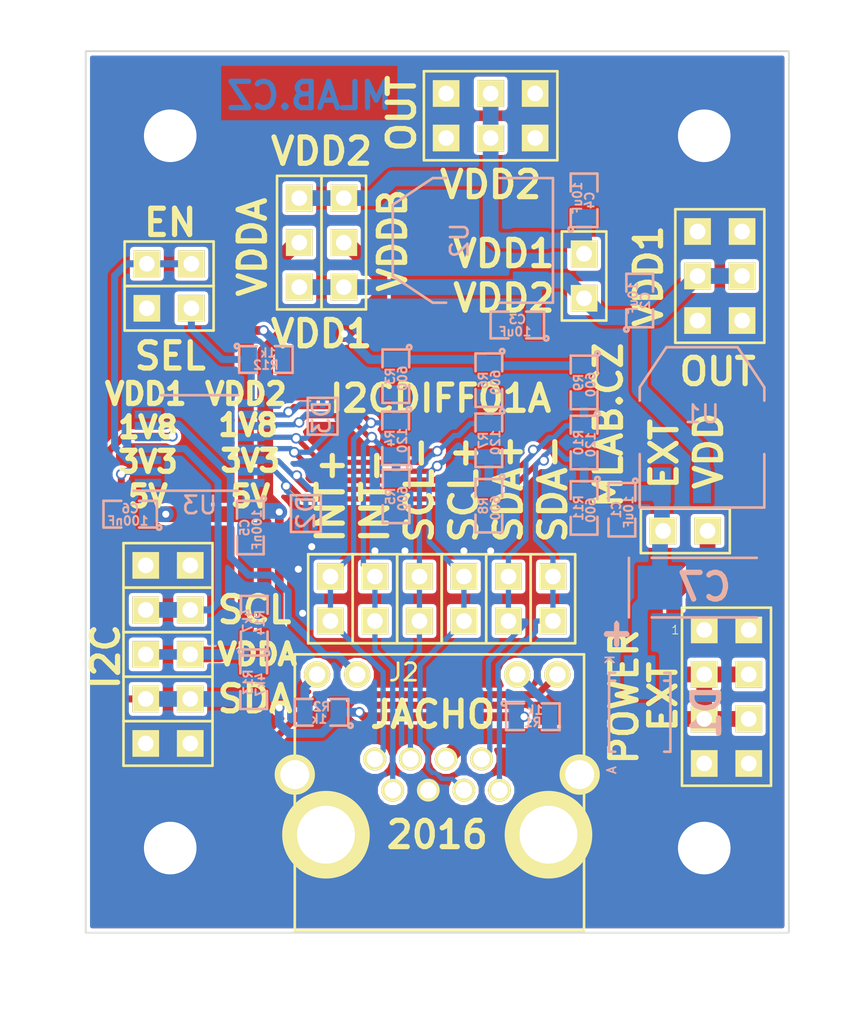
<source format=kicad_pcb>
(kicad_pcb (version 4) (host pcbnew "(2015-12-20 BZR 6390, Git 4e99c98)-product")
  (layers (0 F.Cu signal) (31 B.Cu signal) (34 B.Paste user) (35 F.Paste user) (36 B.SilkS user) (37 F.SilkS user) (38 B.Mask user) (39 F.Mask user) (44 Edge.Cuts user))
  (net 0 "")
  (net 1 VCC)
  (net 2 GND)
  (net 3 /VDD1)
  (net 4 /VDD2)
  (net 5 /VddB)
  (net 6 /VddA)
  (net 7 "Net-(J2-Pad12)")
  (net 8 /READY)
  (net 9 "Net-(J2-Pad10)")
  (net 10 /PIDENT)
  (net 11 /INT+)
  (net 12 /INT-)
  (net 13 /SCL-)
  (net 14 /SCL+)
  (net 15 /SDA+)
  (net 16 /SDA-)
  (net 17 "Net-(J14-Pad2)")
  (net 18 SDA)
  (net 19 SCL)
  (net 20 /EN)
  (net 21 VDD)
  (module "MLAB_CON:RJHSE-5384(RJ45)" (layer F.Cu) (at 102.9335 89.5985)
    (fp_text reference J2 (at 4.445 -9.271) (layer F.SilkS))
    (fp_text value RJ45_RJHSE-5384 hide)
    (pad 13 thru_hole circle (at 0 0) (size 5 5) (drill 3.3) (layers *.Cu *.Mask F.SilkS) (net 2 GND))
    (pad 13 thru_hole circle (at 12.7 0) (size 5 5) (drill 3.3) (layers *.Cu *.Mask F.SilkS) (net 2 GND))
    (pad 13 thru_hole circle (at 14.48 -3.43) (size 2.3 2.3) (drill 1.65) (layers *.Cu *.Mask F.SilkS) (net 2 GND))
    (pad 13 thru_hole circle (at -1.78 -3.43) (size 2.3 2.3) (drill 1.65) (layers *.Cu *.Mask F.SilkS) (net 2 GND))
    (pad 7 thru_hole circle (at 3.81 -2.54) (size 1.3 1.3) (drill 0.93) (layers *.Cu *.Mask F.SilkS) (net 12 /INT-))
    (pad 5 thru_hole circle (at 5.84 -2.54) (size 1.3 1.3) (drill 0.93) (layers *.Cu *.Mask F.SilkS) (net 2 GND))
    (pad 3 thru_hole circle (at 7.87 -2.54) (size 1.3 1.3) (drill 0.93) (layers *.Cu *.Mask F.SilkS) (net 14 /SCL+))
    (pad 1 thru_hole circle (at 9.9 -2.54) (size 1.3 1.3) (drill 0.93) (layers *.Cu *.Mask F.SilkS) (net 16 /SDA-))
    (pad 8 thru_hole circle (at 2.79 -4.32) (size 1.3 1.3) (drill 0.93) (layers *.Cu *.Mask F.SilkS) (net 11 /INT+))
    (pad 6 thru_hole circle (at 4.82 -4.32) (size 1.3 1.3) (drill 0.93) (layers *.Cu *.Mask F.SilkS) (net 13 /SCL-))
    (pad 4 thru_hole circle (at 6.85 -4.32) (size 1.3 1.3) (drill 0.93) (layers *.Cu *.Mask F.SilkS) (net 1 VCC))
    (pad 2 thru_hole circle (at 8.88 -4.32) (size 1.3 1.3) (drill 0.93) (layers *.Cu *.Mask F.SilkS) (net 15 /SDA+))
    (pad 9 thru_hole circle (at 13.21 -9.14) (size 1.5 1.5) (drill 0.93) (layers *.Cu *.Mask F.SilkS) (net 10 /PIDENT))
    (pad 10 thru_hole circle (at 10.92 -9.14) (size 1.5 1.5) (drill 0.93) (layers *.Cu *.Mask F.SilkS) (net 9 "Net-(J2-Pad10)"))
    (pad 11 thru_hole circle (at 1.78 -9.14) (size 1.5 1.5) (drill 0.93) (layers *.Cu *.Mask F.SilkS) (net 8 /READY))
    (pad 12 thru_hole circle (at -0.51 -9.14) (size 1.5 1.5) (drill 0.93) (layers *.Cu *.Mask F.SilkS) (net 7 "Net-(J2-Pad12)"))
  )
  (module Mlab_Pin_Headers:Straight_2x04 (layer F.Cu) (at 125.7935 81.7245)
    (fp_text reference J1 hide)
    (fp_text value JUMP_4X2 hide)
    (fp_text user 1 (at -2.921 -3.81) (layer F.SilkS) (effects (font (size 0.5 0.5) (thickness 0.05))))
    (pad 1 thru_hole rect (at -1.27 -3.81) (size 1.524 1.524) (drill 0.889) (layers *.Cu *.Mask F.SilkS) (net 2 GND))
    (pad 2 thru_hole rect (at 1.27 -3.81) (size 1.524 1.524) (drill 0.889) (layers *.Cu *.Mask F.SilkS) (net 2 GND))
    (pad 3 thru_hole rect (at -1.27 -1.27) (size 1.524 1.524) (drill 0.889) (layers *.Cu *.Mask F.SilkS) (net 1 VCC))
    (pad 4 thru_hole rect (at 1.27 -1.27) (size 1.524 1.524) (drill 0.889) (layers *.Cu *.Mask F.SilkS) (net 1 VCC))
    (pad 5 thru_hole rect (at -1.27 1.27) (size 1.524 1.524) (drill 0.889) (layers *.Cu *.Mask F.SilkS) (net 1 VCC))
    (pad 6 thru_hole rect (at 1.27 1.27) (size 1.524 1.524) (drill 0.889) (layers *.Cu *.Mask F.SilkS) (net 1 VCC))
    (pad 7 thru_hole rect (at -1.27 3.81) (size 1.524 1.524) (drill 0.889) (layers *.Cu *.Mask F.SilkS) (net 2 GND))
    (pad 8 thru_hole rect (at 1.27 3.81) (size 1.524 1.524) (drill 0.889) (layers *.Cu *.Mask F.SilkS) (net 2 GND))
  )
  (module MLAB_R:SMD-0805 (layer B.Cu) (at 119.8245 71.0565 270)
    (fp_text reference C1 (at 0 0.3175 270) (layer B.SilkS) (effects (font (size 0.50038 0.50038) (thickness 0.10922)) (justify mirror)))
    (fp_text value 10uF (at 0.127 -0.381 270) (layer B.SilkS) (effects (font (size 0.50038 0.50038) (thickness 0.10922)) (justify mirror)))
    (pad 1 smd rect (at -0.9525 0 270) (size 0.889 1.397) (layers B.Cu B.Paste B.Mask) (net 21 VDD))
    (pad 2 smd rect (at 0.9525 0 270) (size 0.889 1.397) (layers B.Cu B.Paste B.Mask) (net 2 GND))
  )
  (module MLAB_R:SMD-0805 (layer B.Cu) (at 120.8405 59.1185 90)
    (fp_text reference C2 (at 0 0.3175 90) (layer B.SilkS) (effects (font (size 0.50038 0.50038) (thickness 0.10922)) (justify mirror)))
    (fp_text value 10uF (at 0.127 -0.381 90) (layer B.SilkS) (effects (font (size 0.50038 0.50038) (thickness 0.10922)) (justify mirror)))
    (pad 1 smd rect (at -0.9525 0 90) (size 0.889 1.397) (layers B.Cu B.Paste B.Mask) (net 3 /VDD1))
    (pad 2 smd rect (at 0.9525 0 90) (size 0.889 1.397) (layers B.Cu B.Paste B.Mask) (net 2 GND))
  )
  (module MLAB_R:SMD-0805 (layer B.Cu) (at 113.8555 60.5155 180)
    (fp_text reference C3 (at 0 0.3175 180) (layer B.SilkS) (effects (font (size 0.50038 0.50038) (thickness 0.10922)) (justify mirror)))
    (fp_text value 10uF (at 0.127 -0.381 180) (layer B.SilkS) (effects (font (size 0.50038 0.50038) (thickness 0.10922)) (justify mirror)))
    (pad 1 smd rect (at -0.9525 0 180) (size 0.889 1.397) (layers B.Cu B.Paste B.Mask) (net 3 /VDD1))
    (pad 2 smd rect (at 0.9525 0 180) (size 0.889 1.397) (layers B.Cu B.Paste B.Mask) (net 2 GND))
  )
  (module MLAB_R:SMD-0805 (layer B.Cu) (at 117.6655 53.4035 90)
    (fp_text reference C4 (at 0 0.3175 90) (layer B.SilkS) (effects (font (size 0.50038 0.50038) (thickness 0.10922)) (justify mirror)))
    (fp_text value 10uF (at 0.127 -0.381 90) (layer B.SilkS) (effects (font (size 0.50038 0.50038) (thickness 0.10922)) (justify mirror)))
    (pad 1 smd rect (at -0.9525 0 90) (size 0.889 1.397) (layers B.Cu B.Paste B.Mask) (net 4 /VDD2))
    (pad 2 smd rect (at 0.9525 0 90) (size 0.889 1.397) (layers B.Cu B.Paste B.Mask) (net 2 GND))
  )
  (module MLAB_R:SMD-0805 (layer B.Cu) (at 91.7575 71.3105 180)
    (fp_text reference C6 (at 0 0.3175 180) (layer B.SilkS) (effects (font (size 0.50038 0.50038) (thickness 0.10922)) (justify mirror)))
    (fp_text value 100nF (at 0.127 -0.381 180) (layer B.SilkS) (effects (font (size 0.50038 0.50038) (thickness 0.10922)) (justify mirror)))
    (pad 1 smd rect (at -0.9525 0 180) (size 0.889 1.397) (layers B.Cu B.Paste B.Mask) (net 6 /VddA))
    (pad 2 smd rect (at 0.9525 0 180) (size 0.889 1.397) (layers B.Cu B.Paste B.Mask) (net 2 GND))
  )
  (module MLAB_D:Diode-SMA_Standard (layer B.Cu) (at 120.8405 82.6135 90)
    (fp_text reference D1 (at 0 3.81 90) (layer B.SilkS) (effects (font (thickness 0.3048)) (justify mirror)))
    (fp_text value SM15T18A hide)
    (fp_text user A (at -3.29946 -1.6002 90) (layer B.SilkS) (effects (font (size 0.50038 0.50038) (thickness 0.09906)) (justify mirror)))
    (fp_text user K (at 2.99974 -1.69926 90) (layer B.SilkS) (effects (font (size 0.50038 0.50038) (thickness 0.09906)) (justify mirror)))
    (pad 1 smd rect (at -1.99898 0 90) (size 2.49936 1.80086) (layers B.Cu B.Paste B.Mask) (net 2 GND))
    (pad 2 smd rect (at 1.99898 0 90) (size 2.49936 1.80086) (layers B.Cu B.Paste B.Mask) (net 21 VDD))
  )
  (module Mlab_Pin_Headers:Straight_2x01 (layer F.Cu) (at 103.1875 76.1365 90)
    (fp_text reference J4 hide)
    (fp_text value JUMP_2x1 hide)
    (pad 1 thru_hole rect (at -1.27 0 90) (size 1.524 1.524) (drill 0.889) (layers *.Cu *.Mask F.SilkS) (net 11 /INT+))
    (pad 2 thru_hole rect (at 1.27 0 90) (size 1.524 1.524) (drill 0.889) (layers *.Cu *.Mask F.SilkS) (net 11 /INT+))
  )
  (module Mlab_Pin_Headers:Straight_2x01 (layer F.Cu) (at 105.7275 76.1365 90)
    (fp_text reference J5 hide)
    (fp_text value JUMP_2x1 hide)
    (pad 1 thru_hole rect (at -1.27 0 90) (size 1.524 1.524) (drill 0.889) (layers *.Cu *.Mask F.SilkS) (net 12 /INT-))
    (pad 2 thru_hole rect (at 1.27 0 90) (size 1.524 1.524) (drill 0.889) (layers *.Cu *.Mask F.SilkS) (net 12 /INT-))
  )
  (module Mlab_Pin_Headers:Straight_2x01 (layer F.Cu) (at 108.2675 76.1365 90)
    (fp_text reference J6 hide)
    (fp_text value JUMP_2x1 hide)
    (pad 1 thru_hole rect (at -1.27 0 90) (size 1.524 1.524) (drill 0.889) (layers *.Cu *.Mask F.SilkS) (net 13 /SCL-))
    (pad 2 thru_hole rect (at 1.27 0 90) (size 1.524 1.524) (drill 0.889) (layers *.Cu *.Mask F.SilkS) (net 13 /SCL-))
  )
  (module Mlab_Pin_Headers:Straight_2x01 (layer F.Cu) (at 110.8075 76.1365 90)
    (fp_text reference J7 hide)
    (fp_text value JUMP_2x1 hide)
    (pad 1 thru_hole rect (at -1.27 0 90) (size 1.524 1.524) (drill 0.889) (layers *.Cu *.Mask F.SilkS) (net 14 /SCL+))
    (pad 2 thru_hole rect (at 1.27 0 90) (size 1.524 1.524) (drill 0.889) (layers *.Cu *.Mask F.SilkS) (net 14 /SCL+))
  )
  (module Mlab_Pin_Headers:Straight_2x01 (layer F.Cu) (at 113.3475 76.1365 90)
    (fp_text reference J8 hide)
    (fp_text value JUMP_2x1 hide)
    (pad 1 thru_hole rect (at -1.27 0 90) (size 1.524 1.524) (drill 0.889) (layers *.Cu *.Mask F.SilkS) (net 15 /SDA+))
    (pad 2 thru_hole rect (at 1.27 0 90) (size 1.524 1.524) (drill 0.889) (layers *.Cu *.Mask F.SilkS) (net 15 /SDA+))
  )
  (module Mlab_Pin_Headers:Straight_2x01 (layer F.Cu) (at 115.8875 76.1365 90)
    (fp_text reference J9 hide)
    (fp_text value JUMP_2x1 hide)
    (pad 1 thru_hole rect (at -1.27 0 90) (size 1.524 1.524) (drill 0.889) (layers *.Cu *.Mask F.SilkS) (net 16 /SDA-))
    (pad 2 thru_hole rect (at 1.27 0 90) (size 1.524 1.524) (drill 0.889) (layers *.Cu *.Mask F.SilkS) (net 16 /SDA-))
  )
  (module Mlab_Pin_Headers:Straight_2x03 (layer F.Cu) (at 125.4125 57.7215)
    (fp_text reference J10 hide)
    (fp_text value JUMP_3X2 hide)
    (pad 1 thru_hole rect (at -1.27 -2.54) (size 1.524 1.524) (drill 0.889) (layers *.Cu *.Mask F.SilkS) (net 2 GND))
    (pad 2 thru_hole rect (at 1.27 -2.54) (size 1.524 1.524) (drill 0.889) (layers *.Cu *.Mask F.SilkS) (net 2 GND))
    (pad 3 thru_hole rect (at -1.27 0) (size 1.524 1.524) (drill 0.889) (layers *.Cu *.Mask F.SilkS) (net 3 /VDD1))
    (pad 4 thru_hole rect (at 1.27 0) (size 1.524 1.524) (drill 0.889) (layers *.Cu *.Mask F.SilkS) (net 3 /VDD1))
    (pad 5 thru_hole rect (at -1.27 2.54) (size 1.524 1.524) (drill 0.889) (layers *.Cu *.Mask F.SilkS) (net 2 GND))
    (pad 6 thru_hole rect (at 1.27 2.54) (size 1.524 1.524) (drill 0.889) (layers *.Cu *.Mask F.SilkS) (net 2 GND))
  )
  (module Mlab_Pin_Headers:Straight_2x01 (layer F.Cu) (at 117.6655 57.7215 270)
    (fp_text reference J11 hide)
    (fp_text value JUMP2_2x1 hide)
    (pad 1 thru_hole rect (at -1.27 0 270) (size 1.524 1.524) (drill 0.889) (layers *.Cu *.Mask F.SilkS) (net 4 /VDD2))
    (pad 2 thru_hole rect (at 1.27 0 270) (size 1.524 1.524) (drill 0.889) (layers *.Cu *.Mask F.SilkS) (net 3 /VDD1))
  )
  (module Mlab_Pin_Headers:Straight_1x03 (layer F.Cu) (at 103.9495 55.8165)
    (fp_text reference J12 hide)
    (fp_text value CONN_3 hide)
    (pad 3 thru_hole rect (at 0 2.54) (size 1.524 1.524) (drill 0.889) (layers *.Cu *.Mask F.SilkS) (net 3 /VDD1))
    (pad 2 thru_hole rect (at 0 0) (size 1.524 1.524) (drill 0.889) (layers *.Cu *.Mask F.SilkS) (net 5 /VddB))
    (pad 1 thru_hole rect (at 0 -2.54) (size 1.524 1.524) (drill 0.889) (layers *.Cu *.Mask F.SilkS) (net 4 /VDD2))
  )
  (module Mlab_Pin_Headers:Straight_2x03 (layer F.Cu) (at 112.3315 48.5775 90)
    (fp_text reference J13 hide)
    (fp_text value JUMP_3X2 hide)
    (pad 1 thru_hole rect (at -1.27 -2.54 90) (size 1.524 1.524) (drill 0.889) (layers *.Cu *.Mask F.SilkS) (net 2 GND))
    (pad 2 thru_hole rect (at 1.27 -2.54 90) (size 1.524 1.524) (drill 0.889) (layers *.Cu *.Mask F.SilkS) (net 2 GND))
    (pad 3 thru_hole rect (at -1.27 0 90) (size 1.524 1.524) (drill 0.889) (layers *.Cu *.Mask F.SilkS) (net 4 /VDD2))
    (pad 4 thru_hole rect (at 1.27 0 90) (size 1.524 1.524) (drill 0.889) (layers *.Cu *.Mask F.SilkS) (net 4 /VDD2))
    (pad 5 thru_hole rect (at -1.27 2.54 90) (size 1.524 1.524) (drill 0.889) (layers *.Cu *.Mask F.SilkS) (net 2 GND))
    (pad 6 thru_hole rect (at 1.27 2.54 90) (size 1.524 1.524) (drill 0.889) (layers *.Cu *.Mask F.SilkS) (net 2 GND))
  )
  (module Mlab_Pin_Headers:Straight_2x01 (layer F.Cu) (at 93.98 59.563)
    (fp_text reference J14 hide)
    (fp_text value JUMP2_2x1 hide)
    (pad 1 thru_hole rect (at -1.27 0) (size 1.524 1.524) (drill 0.889) (layers *.Cu *.Mask F.SilkS) (net 2 GND))
    (pad 2 thru_hole rect (at 1.27 0) (size 1.524 1.524) (drill 0.889) (layers *.Cu *.Mask F.SilkS) (net 17 "Net-(J14-Pad2)"))
  )
  (module Mlab_Pin_Headers:Straight_1x02 (layer F.Cu) (at 93.98 57.023 90)
    (fp_text reference J16 hide)
    (fp_text value EN hide)
    (pad 2 thru_hole rect (at 0 1.27 90) (size 1.524 1.524) (drill 0.889) (layers *.Cu *.Mask F.SilkS) (net 20 /EN))
    (pad 1 thru_hole rect (at 0 -1.27 90) (size 1.524 1.524) (drill 0.889) (layers *.Cu *.Mask F.SilkS) (net 20 /EN))
  )
  (module Mlab_Pin_Headers:Straight_1x02 (layer F.Cu) (at 93.9165 74.2315 90)
    (fp_text reference J19 hide)
    (fp_text value JUMP_2x1 hide)
    (pad 2 thru_hole rect (at 0 1.27 90) (size 1.524 1.524) (drill 0.889) (layers *.Cu *.Mask F.SilkS) (net 2 GND))
    (pad 1 thru_hole rect (at 0 -1.27 90) (size 1.524 1.524) (drill 0.889) (layers *.Cu *.Mask F.SilkS) (net 2 GND))
  )
  (module Mlab_Pin_Headers:Straight_1x02 (layer F.Cu) (at 93.9165 81.8515 90)
    (fp_text reference J20 hide)
    (fp_text value JUMP_2x1 hide)
    (pad 2 thru_hole rect (at 0 1.27 90) (size 1.524 1.524) (drill 0.889) (layers *.Cu *.Mask F.SilkS) (net 18 SDA))
    (pad 1 thru_hole rect (at 0 -1.27 90) (size 1.524 1.524) (drill 0.889) (layers *.Cu *.Mask F.SilkS) (net 18 SDA))
  )
  (module Mlab_Pin_Headers:Straight_1x02 (layer F.Cu) (at 93.9165 79.3115 90)
    (fp_text reference J21 hide)
    (fp_text value JUMP_2x1 hide)
    (pad 2 thru_hole rect (at 0 1.27 90) (size 1.524 1.524) (drill 0.889) (layers *.Cu *.Mask F.SilkS) (net 6 /VddA))
    (pad 1 thru_hole rect (at 0 -1.27 90) (size 1.524 1.524) (drill 0.889) (layers *.Cu *.Mask F.SilkS) (net 6 /VddA))
  )
  (module Mlab_Pin_Headers:Straight_1x02 (layer F.Cu) (at 93.9165 76.7715 90)
    (fp_text reference J22 hide)
    (fp_text value JUMP_2x1 hide)
    (pad 2 thru_hole rect (at 0 1.27 90) (size 1.524 1.524) (drill 0.889) (layers *.Cu *.Mask F.SilkS) (net 19 SCL))
    (pad 1 thru_hole rect (at 0 -1.27 90) (size 1.524 1.524) (drill 0.889) (layers *.Cu *.Mask F.SilkS) (net 19 SCL))
  )
  (module Mlab_Pin_Headers:Straight_1x02 (layer F.Cu) (at 93.9165 84.3915 90)
    (fp_text reference J23 hide)
    (fp_text value JUMP_2x1 hide)
    (pad 2 thru_hole rect (at 0 1.27 90) (size 1.524 1.524) (drill 0.889) (layers *.Cu *.Mask F.SilkS) (net 2 GND))
    (pad 1 thru_hole rect (at 0 -1.27 90) (size 1.524 1.524) (drill 0.889) (layers *.Cu *.Mask F.SilkS) (net 2 GND))
  )
  (module Mlab_Mechanical:MountingHole_3mm (layer F.Cu) (at 94.0435 49.7205)
    (fp_text reference M1 hide)
    (fp_text value HOLE hide)
    (pad 1 thru_hole circle (at 0 0) (size 6 6) (drill 3) (layers *.Cu *.Adhes *.Mask) (net 2 GND) (clearance 1))
  )
  (module Mlab_Mechanical:MountingHole_3mm (layer F.Cu) (at 124.5235 90.3605)
    (fp_text reference M2 hide)
    (fp_text value HOLE hide)
    (pad 1 thru_hole circle (at 0 0) (size 6 6) (drill 3) (layers *.Cu *.Adhes *.Mask) (net 2 GND) (clearance 1))
  )
  (module Mlab_Mechanical:MountingHole_3mm (layer F.Cu) (at 94.0435 90.3605)
    (fp_text reference M3 hide)
    (fp_text value HOLE hide)
    (pad 1 thru_hole circle (at 0 0) (size 6 6) (drill 3) (layers *.Cu *.Adhes *.Mask) (net 2 GND) (clearance 1))
  )
  (module Mlab_Mechanical:MountingHole_3mm (layer F.Cu) (at 124.5235 49.7205)
    (fp_text reference M4 hide)
    (fp_text value HOLE hide)
    (pad 1 thru_hole circle (at 0 0) (size 6 6) (drill 3) (layers *.Cu *.Adhes *.Mask) (net 2 GND) (clearance 1))
  )
  (module MLAB_R:SMD-0805 (layer B.Cu) (at 114.7445 82.8675)
    (fp_text reference R1 (at 0 0.3175) (layer B.SilkS) (effects (font (size 0.50038 0.50038) (thickness 0.10922)) (justify mirror)))
    (fp_text value 1k (at 0.127 -0.381) (layer B.SilkS) (effects (font (size 0.50038 0.50038) (thickness 0.10922)) (justify mirror)))
    (pad 1 smd rect (at -0.9525 0) (size 0.889 1.397) (layers B.Cu B.Paste B.Mask) (net 5 /VddB))
    (pad 2 smd rect (at 0.9525 0) (size 0.889 1.397) (layers B.Cu B.Paste B.Mask) (net 9 "Net-(J2-Pad10)"))
  )
  (module MLAB_R:SMD-0805 (layer B.Cu) (at 102.6795 82.6135 180)
    (fp_text reference R2 (at 0 0.3175 180) (layer B.SilkS) (effects (font (size 0.50038 0.50038) (thickness 0.10922)) (justify mirror)))
    (fp_text value 1k (at 0.127 -0.381 180) (layer B.SilkS) (effects (font (size 0.50038 0.50038) (thickness 0.10922)) (justify mirror)))
    (pad 1 smd rect (at -0.9525 0 180) (size 0.889 1.397) (layers B.Cu B.Paste B.Mask) (net 5 /VddB))
    (pad 2 smd rect (at 0.9525 0 180) (size 0.889 1.397) (layers B.Cu B.Paste B.Mask) (net 7 "Net-(J2-Pad12)"))
  )
  (module MLAB_R:SMD-0805 (layer B.Cu) (at 106.9213 63.4365 270)
    (fp_text reference R3 (at 0 0.3175 270) (layer B.SilkS) (effects (font (size 0.50038 0.50038) (thickness 0.10922)) (justify mirror)))
    (fp_text value 600 (at 0.127 -0.381 270) (layer B.SilkS) (effects (font (size 0.50038 0.50038) (thickness 0.10922)) (justify mirror)))
    (pad 1 smd rect (at -0.9525 0 270) (size 0.889 1.397) (layers B.Cu B.Paste B.Mask) (net 5 /VddB))
    (pad 2 smd rect (at 0.9525 0 270) (size 0.889 1.397) (layers B.Cu B.Paste B.Mask) (net 11 /INT+))
  )
  (module MLAB_R:SMD-0805 (layer B.Cu) (at 106.9086 66.9798 270)
    (fp_text reference R4 (at 0 0.3175 270) (layer B.SilkS) (effects (font (size 0.50038 0.50038) (thickness 0.10922)) (justify mirror)))
    (fp_text value 120 (at 0.127 -0.381 270) (layer B.SilkS) (effects (font (size 0.50038 0.50038) (thickness 0.10922)) (justify mirror)))
    (pad 1 smd rect (at -0.9525 0 270) (size 0.889 1.397) (layers B.Cu B.Paste B.Mask) (net 11 /INT+))
    (pad 2 smd rect (at 0.9525 0 270) (size 0.889 1.397) (layers B.Cu B.Paste B.Mask) (net 12 /INT-))
  )
  (module MLAB_R:SMD-0805 (layer B.Cu) (at 106.934 70.2945 270)
    (fp_text reference R5 (at 0 0.3175 270) (layer B.SilkS) (effects (font (size 0.50038 0.50038) (thickness 0.10922)) (justify mirror)))
    (fp_text value 600 (at 0.127 -0.381 270) (layer B.SilkS) (effects (font (size 0.50038 0.50038) (thickness 0.10922)) (justify mirror)))
    (pad 1 smd rect (at -0.9525 0 270) (size 0.889 1.397) (layers B.Cu B.Paste B.Mask) (net 12 /INT-))
    (pad 2 smd rect (at 0.9525 0 270) (size 0.889 1.397) (layers B.Cu B.Paste B.Mask) (net 2 GND))
  )
  (module MLAB_R:SMD-0805 (layer B.Cu) (at 112.2299 63.6651 270)
    (fp_text reference R6 (at 0 0.3175 270) (layer B.SilkS) (effects (font (size 0.50038 0.50038) (thickness 0.10922)) (justify mirror)))
    (fp_text value 600 (at 0.127 -0.381 270) (layer B.SilkS) (effects (font (size 0.50038 0.50038) (thickness 0.10922)) (justify mirror)))
    (pad 1 smd rect (at -0.9525 0 270) (size 0.889 1.397) (layers B.Cu B.Paste B.Mask) (net 5 /VddB))
    (pad 2 smd rect (at 0.9525 0 270) (size 0.889 1.397) (layers B.Cu B.Paste B.Mask) (net 13 /SCL-))
  )
  (module MLAB_R:SMD-0805 (layer B.Cu) (at 112.2299 67.0941 270)
    (fp_text reference R7 (at 0 0.3175 270) (layer B.SilkS) (effects (font (size 0.50038 0.50038) (thickness 0.10922)) (justify mirror)))
    (fp_text value 120 (at 0.127 -0.381 270) (layer B.SilkS) (effects (font (size 0.50038 0.50038) (thickness 0.10922)) (justify mirror)))
    (pad 1 smd rect (at -0.9525 0 270) (size 0.889 1.397) (layers B.Cu B.Paste B.Mask) (net 13 /SCL-))
    (pad 2 smd rect (at 0.9525 0 270) (size 0.889 1.397) (layers B.Cu B.Paste B.Mask) (net 14 /SCL+))
  )
  (module MLAB_R:SMD-0805 (layer B.Cu) (at 112.2299 70.8279 270)
    (fp_text reference R8 (at 0 0.3175 270) (layer B.SilkS) (effects (font (size 0.50038 0.50038) (thickness 0.10922)) (justify mirror)))
    (fp_text value 600 (at 0.127 -0.381 270) (layer B.SilkS) (effects (font (size 0.50038 0.50038) (thickness 0.10922)) (justify mirror)))
    (pad 1 smd rect (at -0.9525 0 270) (size 0.889 1.397) (layers B.Cu B.Paste B.Mask) (net 14 /SCL+))
    (pad 2 smd rect (at 0.9525 0 270) (size 0.889 1.397) (layers B.Cu B.Paste B.Mask) (net 2 GND))
  )
  (module MLAB_R:SMD-0805 (layer B.Cu) (at 117.6655 63.7921 270)
    (fp_text reference R9 (at 0 0.3175 270) (layer B.SilkS) (effects (font (size 0.50038 0.50038) (thickness 0.10922)) (justify mirror)))
    (fp_text value 600 (at 0.127 -0.381 270) (layer B.SilkS) (effects (font (size 0.50038 0.50038) (thickness 0.10922)) (justify mirror)))
    (pad 1 smd rect (at -0.9525 0 270) (size 0.889 1.397) (layers B.Cu B.Paste B.Mask) (net 5 /VddB))
    (pad 2 smd rect (at 0.9525 0 270) (size 0.889 1.397) (layers B.Cu B.Paste B.Mask) (net 15 /SDA+))
  )
  (module MLAB_R:SMD-0805 (layer B.Cu) (at 117.6655 67.2211 270)
    (fp_text reference R10 (at 0 0.3175 270) (layer B.SilkS) (effects (font (size 0.50038 0.50038) (thickness 0.10922)) (justify mirror)))
    (fp_text value 120 (at 0.127 -0.381 270) (layer B.SilkS) (effects (font (size 0.50038 0.50038) (thickness 0.10922)) (justify mirror)))
    (pad 1 smd rect (at -0.9525 0 270) (size 0.889 1.397) (layers B.Cu B.Paste B.Mask) (net 15 /SDA+))
    (pad 2 smd rect (at 0.9525 0 270) (size 0.889 1.397) (layers B.Cu B.Paste B.Mask) (net 16 /SDA-))
  )
  (module MLAB_R:SMD-0805 (layer B.Cu) (at 117.6655 70.9549 270)
    (fp_text reference R11 (at 0 0.3175 270) (layer B.SilkS) (effects (font (size 0.50038 0.50038) (thickness 0.10922)) (justify mirror)))
    (fp_text value 600 (at 0.127 -0.381 270) (layer B.SilkS) (effects (font (size 0.50038 0.50038) (thickness 0.10922)) (justify mirror)))
    (pad 1 smd rect (at -0.9525 0 270) (size 0.889 1.397) (layers B.Cu B.Paste B.Mask) (net 16 /SDA-))
    (pad 2 smd rect (at 0.9525 0 270) (size 0.889 1.397) (layers B.Cu B.Paste B.Mask) (net 2 GND))
  )
  (module MLAB_R:SMD-0805 (layer B.Cu) (at 99.5045 62.484)
    (fp_text reference R12 (at 0 0.3175) (layer B.SilkS) (effects (font (size 0.50038 0.50038) (thickness 0.10922)) (justify mirror)))
    (fp_text value 1k (at 0.127 -0.381) (layer B.SilkS) (effects (font (size 0.50038 0.50038) (thickness 0.10922)) (justify mirror)))
    (pad 1 smd rect (at -0.9525 0) (size 0.889 1.397) (layers B.Cu B.Paste B.Mask) (net 17 "Net-(J14-Pad2)"))
    (pad 2 smd rect (at 0.9525 0) (size 0.889 1.397) (layers B.Cu B.Paste B.Mask) (net 6 /VddA))
  )
  (module MLAB_R:SMD-0805 (layer B.Cu) (at 98.83902 77.50048 90)
    (fp_text reference R14 (at 0 0.3175 90) (layer B.SilkS) (effects (font (size 0.50038 0.50038) (thickness 0.10922)) (justify mirror)))
    (fp_text value 4k7 (at 0.127 -0.381 90) (layer B.SilkS) (effects (font (size 0.50038 0.50038) (thickness 0.10922)) (justify mirror)))
    (pad 1 smd rect (at -0.9525 0 90) (size 0.889 1.397) (layers B.Cu B.Paste B.Mask) (net 6 /VddA))
    (pad 2 smd rect (at 0.9525 0 90) (size 0.889 1.397) (layers B.Cu B.Paste B.Mask) (net 19 SCL))
  )
  (module MLAB_IO:SOT-223 (layer B.Cu) (at 124.3965 66.3575 180)
    (fp_text reference U1 (at 0 0.762 180) (layer B.SilkS) (effects (justify mirror)))
    (fp_text value "LM1117 5V" hide)
    (pad 4 smd rect (at 0 3.302 180) (size 3.6576 2.032) (layers B.Cu B.Paste B.Mask) (net 2 GND))
    (pad 2 smd rect (at 0 -3.302 180) (size 1.016 2.032) (layers B.Cu B.Paste B.Mask) (net 3 /VDD1))
    (pad 3 smd rect (at 2.286 -3.302 180) (size 1.016 2.032) (layers B.Cu B.Paste B.Mask) (net 21 VDD))
    (pad 1 smd rect (at -2.286 -3.302 180) (size 1.016 2.032) (layers B.Cu B.Paste B.Mask) (net 2 GND))
  )
  (module MLAB_IO:SOT-223 (layer B.Cu) (at 111.3155 55.6895 270)
    (fp_text reference U2 (at 0 0.762 270) (layer B.SilkS) (effects (justify mirror)))
    (fp_text value "LM1117 3V3")
    (pad 4 smd rect (at 0 3.302 270) (size 3.6576 2.032) (layers B.Cu B.Paste B.Mask) (net 2 GND))
    (pad 2 smd rect (at 0 -3.302 270) (size 1.016 2.032) (layers B.Cu B.Paste B.Mask) (net 4 /VDD2))
    (pad 3 smd rect (at 2.286 -3.302 270) (size 1.016 2.032) (layers B.Cu B.Paste B.Mask) (net 3 /VDD1))
    (pad 1 smd rect (at -2.286 -3.302 270) (size 1.016 2.032) (layers B.Cu B.Paste B.Mask) (net 2 GND))
  )
  (module Housings_SSOP:TSSOP-16_4.4x5mm_Pitch0.65mm (layer B.Cu) (at 95.7199 67.2465)
    (fp_text reference U3 (at 0 3.55) (layer B.SilkS) (effects (justify mirror)))
    (fp_text value PCA9616)
    (pad 1 smd rect (at -2.95 2.275) (size 1.5 0.45) (layers B.Cu B.Paste B.Mask) (net 6 /VddA))
    (pad 2 smd rect (at -2.95 1.625) (size 1.5 0.45) (layers B.Cu B.Paste B.Mask) (net 18 SDA))
    (pad 3 smd rect (at -2.95 0.975) (size 1.5 0.45) (layers B.Cu B.Paste B.Mask) (net 20 /EN))
    (pad 4 smd rect (at -2.95 0.325) (size 1.5 0.45) (layers B.Cu B.Paste B.Mask) (net 19 SCL))
    (pad 5 smd rect (at -2.95 -0.325) (size 1.5 0.45) (layers B.Cu B.Paste B.Mask) (net 10 /PIDENT))
    (pad 6 smd rect (at -2.95 -0.975) (size 1.5 0.45) (layers B.Cu B.Paste B.Mask) (net 8 /READY))
    (pad 7 smd rect (at -2.95 -1.625) (size 1.5 0.45) (layers B.Cu B.Paste B.Mask))
    (pad 8 smd rect (at -2.95 -2.275) (size 1.5 0.45) (layers B.Cu B.Paste B.Mask) (net 2 GND))
    (pad 9 smd rect (at 2.95 -2.275) (size 1.5 0.45) (layers B.Cu B.Paste B.Mask) (net 17 "Net-(J14-Pad2)"))
    (pad 10 smd rect (at 2.95 -1.625) (size 1.5 0.45) (layers B.Cu B.Paste B.Mask) (net 11 /INT+))
    (pad 11 smd rect (at 2.95 -0.975) (size 1.5 0.45) (layers B.Cu B.Paste B.Mask) (net 12 /INT-))
    (pad 12 smd rect (at 2.95 -0.325) (size 1.5 0.45) (layers B.Cu B.Paste B.Mask) (net 13 /SCL-))
    (pad 13 smd rect (at 2.95 0.325) (size 1.5 0.45) (layers B.Cu B.Paste B.Mask) (net 14 /SCL+))
    (pad 14 smd rect (at 2.95 0.975) (size 1.5 0.45) (layers B.Cu B.Paste B.Mask) (net 15 /SDA+))
    (pad 15 smd rect (at 2.95 1.625) (size 1.5 0.45) (layers B.Cu B.Paste B.Mask) (net 16 /SDA-))
    (pad 16 smd rect (at 2.95 2.275) (size 1.5 0.45) (layers B.Cu B.Paste B.Mask) (net 5 /VddB))
  )
  (module MLAB_C:TantalC_SizeC_Reflow (layer B.Cu) (at 124.5235 75.5015)
    (fp_text reference C7 (at 0.0127 -0.0381) (layer B.SilkS) (effects (font (thickness 0.3048)) (justify mirror)))
    (fp_text value 47uF hide)
    (fp_text user + (at -4.99872 2.55016) (layer B.SilkS) (effects (font (thickness 0.3048)) (justify mirror)))
    (pad 2 smd rect (at 2.52476 0) (size 2.55016 2.49936) (layers B.Cu B.Paste B.Mask) (net 2 GND))
    (pad 1 smd rect (at -2.52476 0) (size 2.55016 2.49936) (layers B.Cu B.Paste B.Mask) (net 21 VDD))
  )
  (module MLAB_R:SMD-0805 (layer B.Cu) (at 98.6155 72.0725 270)
    (fp_text reference C5 (at 0 0.3175 270) (layer B.SilkS) (effects (font (size 0.50038 0.50038) (thickness 0.10922)) (justify mirror)))
    (fp_text value 100nF (at 0.127 -0.381 270) (layer B.SilkS) (effects (font (size 0.50038 0.50038) (thickness 0.10922)) (justify mirror)))
    (pad 1 smd rect (at -0.9525 0 270) (size 0.889 1.397) (layers B.Cu B.Paste B.Mask) (net 5 /VddB))
    (pad 2 smd rect (at 0.9525 0 270) (size 0.889 1.397) (layers B.Cu B.Paste B.Mask) (net 2 GND))
  )
  (module MLAB_IO:SOT-553 (layer B.Cu) (at 101.78542 71.27494 90)
    (fp_text reference D2 (at 0.0635 0 90) (layer B.SilkS) (effects (justify mirror)))
    (fp_text value SP1001-04XTG hide)
    (pad 1 smd rect (at -0.70104 0.50038 90) (size 0.44958 0.29972) (layers B.Cu B.Paste B.Mask))
    (pad 3 smd rect (at -0.70104 -0.50038 90) (size 0.44958 0.29972) (layers B.Cu B.Paste B.Mask))
    (pad 5 smd rect (at 0.70104 0.50038 90) (size 0.44958 0.29972) (layers B.Cu B.Paste B.Mask) (net 15 /SDA+))
    (pad 2 smd rect (at -0.70104 0 90) (size 0.44958 0.29972) (layers B.Cu B.Paste B.Mask) (net 2 GND))
    (pad 4 smd rect (at 0.70104 -0.50038 90) (size 0.44958 0.29972) (layers B.Cu B.Paste B.Mask) (net 16 /SDA-))
  )
  (module MLAB_IO:SOT-553 (layer B.Cu) (at 102.743 65.7225 270)
    (fp_text reference D3 (at 0.0635 0.0635 270) (layer B.SilkS) (effects (justify mirror)))
    (fp_text value SP1001-04XTG hide)
    (pad 1 smd rect (at -0.70104 0.50038 270) (size 0.44958 0.29972) (layers B.Cu B.Paste B.Mask) (net 11 /INT+))
    (pad 3 smd rect (at -0.70104 -0.50038 270) (size 0.44958 0.29972) (layers B.Cu B.Paste B.Mask) (net 12 /INT-))
    (pad 5 smd rect (at 0.70104 0.50038 270) (size 0.44958 0.29972) (layers B.Cu B.Paste B.Mask) (net 13 /SCL-))
    (pad 2 smd rect (at -0.70104 0 270) (size 0.44958 0.29972) (layers B.Cu B.Paste B.Mask) (net 2 GND))
    (pad 4 smd rect (at 0.70104 -0.50038 270) (size 0.44958 0.29972) (layers B.Cu B.Paste B.Mask) (net 14 /SCL+))
  )
  (module Mlab_Pin_Headers:Straight_1x03 (layer F.Cu) (at 101.4095 55.8165)
    (fp_text reference J15 hide)
    (fp_text value CONN_3 hide)
    (pad 3 thru_hole rect (at 0 2.54) (size 1.524 1.524) (drill 0.889) (layers *.Cu *.Mask F.SilkS) (net 3 /VDD1))
    (pad 2 thru_hole rect (at 0 0) (size 1.524 1.524) (drill 0.889) (layers *.Cu *.Mask F.SilkS) (net 6 /VddA))
    (pad 1 thru_hole rect (at 0 -2.54) (size 1.524 1.524) (drill 0.889) (layers *.Cu *.Mask F.SilkS) (net 4 /VDD2))
  )
  (module Mlab_Pin_Headers:Straight_2x01 (layer F.Cu) (at 123.444 72.263)
    (fp_text reference J17 hide)
    (fp_text value JUMP2_2x1 hide)
    (pad 1 thru_hole rect (at -1.27 0) (size 1.524 1.524) (drill 0.889) (layers *.Cu *.Mask F.SilkS) (net 21 VDD))
    (pad 2 thru_hole rect (at 1.27 0) (size 1.524 1.524) (drill 0.889) (layers *.Cu *.Mask F.SilkS) (net 1 VCC))
  )
  (module MLAB_R:SMD-0805 (layer B.Cu) (at 98.806 80.899 270)
    (fp_text reference R13 (at 0 0.3175 270) (layer B.SilkS) (effects (font (size 0.50038 0.50038) (thickness 0.10922)) (justify mirror)))
    (fp_text value 4k7 (at 0.127 -0.381 270) (layer B.SilkS) (effects (font (size 0.50038 0.50038) (thickness 0.10922)) (justify mirror)))
    (pad 1 smd rect (at -0.9525 0 270) (size 0.889 1.397) (layers B.Cu B.Paste B.Mask) (net 6 /VddA))
    (pad 2 smd rect (at 0.9525 0 270) (size 0.889 1.397) (layers B.Cu B.Paste B.Mask) (net 18 SDA))
  )
  (gr_text EXT (at 122.174 81.7245 90) (layer F.SilkS) (effects (font (size 1.5 1.5) (thickness 0.3))))
  (gr_text SCL+ (at 110.8075 73.0885 90) (layer F.SilkS) (effects (font (size 1.5 1.5) (thickness 0.3)) (justify left)))
  (gr_text 2016 (at 109.2835 89.5985) (layer F.SilkS) (effects (font (size 1.5 1.5) (thickness 0.3))))
  (gr_text MLAB.CZ (at 101.981 47.4345) (layer B.Cu) (effects (font (size 1.5 1.5) (thickness 0.3)) (justify mirror)))
  (gr_text JACHO (at 109.0295 82.7405) (layer F.SilkS) (effects (font (size 1.5 1.5) (thickness 0.3))))
  (gr_text 5V (at 98.6155 70.2945) (layer F.SilkS) (effects (font (size 1.2 1.2) (thickness 0.3))))
  (gr_text 3V3 (at 98.6155 68.2625) (layer F.SilkS) (effects (font (size 1.2 1.2) (thickness 0.3))))
  (gr_text 1V8 (at 98.4885 66.2305) (layer F.SilkS) (effects (font (size 1.2 1.2) (thickness 0.3))))
  (gr_text 5V (at 92.7735 70.2945) (layer F.SilkS) (effects (font (size 1.2 1.2) (thickness 0.3))))
  (gr_text 3V3 (at 92.7735 68.326) (layer F.SilkS) (effects (font (size 1.2 1.2) (thickness 0.3))))
  (gr_text 1V8 (at 92.7735 66.3575) (layer F.SilkS) (effects (font (size 1.2 1.2) (thickness 0.3))))
  (gr_text VDD1 (at 92.6465 64.4525) (layer F.SilkS) (effects (font (size 1.2 1.2) (thickness 0.3))))
  (gr_text VDD2 (at 98.3615 64.4525) (layer F.SilkS) (effects (font (size 1.2 1.2) (thickness 0.3))))
  (gr_text MLAB.CZ (at 119.0625 66.2305 90) (layer F.SilkS) (effects (font (size 1.5 1.5) (thickness 0.3))))
  (gr_text I2CDIFF01A (at 109.474 64.7065) (layer F.SilkS) (effects (font (size 1.5 1.5) (thickness 0.3))))
  (gr_text VDD2 (at 116.1415 58.9915) (layer F.SilkS) (effects (font (size 1.5 1.5) (thickness 0.3)) (justify right)))
  (gr_text VDD1 (at 116.1415 56.4515) (layer F.SilkS) (effects (font (size 1.5 1.5) (thickness 0.3)) (justify right)))
  (gr_text VDD (at 124.7775 70.0405 90) (layer F.SilkS) (effects (font (size 1.5 1.5) (thickness 0.3)) (justify left)))
  (gr_text EXT (at 122.2375 70.0405 90) (layer F.SilkS) (effects (font (size 1.5 1.5) (thickness 0.3)) (justify left)))
  (gr_text SDA (at 96.5835 81.8515) (layer F.SilkS) (effects (font (size 1.5 1.5) (thickness 0.3)) (justify left)))
  (gr_text VDDA (at 96.5835 79.3115) (layer F.SilkS) (effects (font (size 1.2 1.2) (thickness 0.3)) (justify left)))
  (gr_text SCL (at 96.5835 76.7715) (layer F.SilkS) (effects (font (size 1.5 1.5) (thickness 0.3)) (justify left)))
  (gr_text I2C (at 90.3605 79.4385 90) (layer F.SilkS) (effects (font (size 1.5 1.5) (thickness 0.3))))
  (gr_text SDA- (at 115.8875 73.0885 90) (layer F.SilkS) (effects (font (size 1.5 1.5) (thickness 0.3)) (justify left)))
  (gr_text SDA+ (at 113.3475 73.0885 90) (layer F.SilkS) (effects (font (size 1.5 1.5) (thickness 0.3)) (justify left)))
  (gr_text SCL- (at 108.2675 73.0885 90) (layer F.SilkS) (effects (font (size 1.5 1.5) (thickness 0.3)) (justify left)))
  (gr_text INT- (at 105.7275 73.0885 90) (layer F.SilkS) (effects (font (size 1.5 1.5) (thickness 0.3)) (justify left)))
  (gr_text INT+ (at 103.1875 73.0885 90) (layer F.SilkS) (effects (font (size 1.5 1.5) (thickness 0.3)) (justify left)))
  (gr_text OUT (at 125.2855 63.1825) (layer F.SilkS) (effects (font (size 1.5 1.5) (thickness 0.3))))
  (gr_text OUT (at 107.2515 48.4505 90) (layer F.SilkS) (effects (font (size 1.5 1.5) (thickness 0.3))))
  (gr_text POWER (at 119.9515 81.7245 90) (layer F.SilkS) (effects (font (size 1.5 1.5) (thickness 0.3))))
  (gr_text VDD1 (at 121.3485 57.7215 90) (layer F.SilkS) (effects (font (size 1.5 1.5) (thickness 0.3))))
  (gr_text VDD2 (at 112.3315 52.5145) (layer F.SilkS) (effects (font (size 1.5 1.5) (thickness 0.3))))
  (gr_text VDDB (at 106.7435 55.6895 90) (layer F.SilkS) (effects (font (size 1.5 1.5) (thickness 0.3))))
  (gr_text VDDA (at 98.7425 56.0705 90) (layer F.SilkS) (effects (font (size 1.5 1.5) (thickness 0.3))))
  (gr_text VDD2 (at 102.6795 50.6095) (layer F.SilkS) (effects (font (size 1.5 1.5) (thickness 0.3))))
  (gr_text VDD1 (at 102.6795 61.0235) (layer F.SilkS) (effects (font (size 1.5 1.5) (thickness 0.3))))
  (gr_text SEL (at 94.0435 62.2935) (layer F.SilkS) (effects (font (size 1.5 1.5) (thickness 0.3))))
  (gr_text EN (at 94.0435 54.6735) (layer F.SilkS) (effects (font (size 1.5 1.5) (thickness 0.3))))
  (gr_line (start 89.2175 44.8945) (end 89.2175 95.1865) (angle 90) (layer Edge.Cuts) (width 0.1))
  (gr_line (start 129.3495 44.8945) (end 89.2175 44.8945) (angle 90) (layer Edge.Cuts) (width 0.1))
  (gr_line (start 129.3495 95.1865) (end 129.3495 44.8945) (angle 90) (layer Edge.Cuts) (width 0.1))
  (gr_line (start 89.2175 95.1865) (end 129.3495 95.1865) (angle 90) (layer Edge.Cuts) (width 0.1))
  (segment (start 122.8615 82.9945) (end 124.5235 82.9945) (width 0.9) (layer F.Cu) (net 1))
  (segment (start 121.877501 83.978499) (end 122.8615 82.9945) (width 0.9) (layer F.Cu) (net 1))
  (segment (start 111.083501 83.978499) (end 121.877501 83.978499) (width 0.9) (layer F.Cu) (net 1))
  (segment (start 109.7835 85.2785) (end 111.083501 83.978499) (width 0.9) (layer F.Cu) (net 1))
  (segment (start 124.5235 82.9945) (end 127.0635 82.9945) (width 0.9) (layer F.Cu) (net 1))
  (segment (start 124.5235 82.9945) (end 124.5235 80.4545) (width 0.9) (layer F.Cu) (net 1))
  (segment (start 124.5235 80.4545) (end 127.0635 80.4545) (width 0.9) (layer F.Cu) (net 1))
  (segment (start 124.714 73.925) (end 124.714 72.263) (width 0.9) (layer F.Cu) (net 1))
  (segment (start 122.809 75.83) (end 124.714 73.925) (width 0.9) (layer F.Cu) (net 1))
  (segment (start 122.809 79.9465) (end 122.809 75.83) (width 0.9) (layer F.Cu) (net 1))
  (segment (start 123.317 80.4545) (end 122.809 79.9465) (width 0.9) (layer F.Cu) (net 1))
  (segment (start 124.5235 80.4545) (end 123.317 80.4545) (width 0.9) (layer F.Cu) (net 1))
  (segment (start 101.6 76.962) (end 101.6 73.6854) (width 0.3) (layer F.Cu) (net 2))
  (segment (start 101.981 73.025) (end 102.1207 73.1647) (width 0.3) (layer B.Cu) (net 2))
  (segment (start 98.6155 73.025) (end 101.981 73.025) (width 0.3) (layer B.Cu) (net 2))
  (segment (start 101.820701 73.464699) (end 102.1207 73.1647) (width 0.3) (layer F.Cu) (net 2))
  (segment (start 101.6 73.6854) (end 101.820701 73.464699) (width 0.3) (layer F.Cu) (net 2))
  (via (at 102.1207 73.1647) (size 0.6) (drill 0.4) (layers F.Cu B.Cu) (net 2))
  (segment (start 101.6 74.69632) (end 101.35362 74.44994) (width 0.3) (layer B.Cu) (net 2))
  (segment (start 101.6 76.962) (end 101.6 74.69632) (width 0.3) (layer B.Cu) (net 2))
  (via (at 101.35362 74.44994) (size 0.6) (drill 0.4) (layers F.Cu B.Cu) (net 2))
  (segment (start 110.8075 73.406) (end 112.3315 73.406) (width 0.3) (layer F.Cu) (net 2))
  (via (at 112.3315 73.406) (size 0.6) (drill 0.4) (layers F.Cu B.Cu) (net 2))
  (segment (start 112.2299 71.7804) (end 112.2299 71.9836) (width 0.3) (layer B.Cu) (net 2))
  (segment (start 112.2299 71.9836) (end 110.8075 73.406) (width 0.3) (layer B.Cu) (net 2))
  (via (at 110.8075 73.406) (size 0.6) (drill 0.4) (layers F.Cu B.Cu) (net 2))
  (segment (start 107.442 73.406) (end 105.7275 73.406) (width 0.3) (layer F.Cu) (net 2))
  (via (at 105.7275 73.406) (size 0.6) (drill 0.4) (layers F.Cu B.Cu) (net 2))
  (segment (start 106.934 71.247) (end 106.934 72.898) (width 0.3) (layer B.Cu) (net 2))
  (segment (start 106.934 72.898) (end 107.442 73.406) (width 0.3) (layer B.Cu) (net 2))
  (via (at 107.442 73.406) (size 0.6) (drill 0.4) (layers F.Cu B.Cu) (net 2))
  (via (at 101.6 76.962) (size 0.6) (drill 0.4) (layers F.Cu B.Cu) (net 2))
  (segment (start 103.9495 58.3565) (end 114.2365 58.3565) (width 0.9) (layer B.Cu) (net 3))
  (segment (start 114.2365 58.3565) (end 114.6175 57.9755) (width 0.9) (layer B.Cu) (net 3))
  (segment (start 101.4095 58.3565) (end 103.9495 58.3565) (width 0.9) (layer B.Cu) (net 3))
  (segment (start 120.8405 61.4155) (end 120.8405 60.071) (width 0.9) (layer B.Cu) (net 3))
  (segment (start 120.8405 64.1875) (end 120.8405 61.4155) (width 0.9) (layer B.Cu) (net 3))
  (segment (start 124.3965 67.7435) (end 120.8405 64.1875) (width 0.9) (layer B.Cu) (net 3))
  (segment (start 124.3965 69.6595) (end 124.3965 67.7435) (width 0.9) (layer B.Cu) (net 3))
  (segment (start 121.793 60.071) (end 120.8405 60.071) (width 0.9) (layer B.Cu) (net 3))
  (segment (start 124.1425 57.7215) (end 121.793 60.071) (width 0.9) (layer B.Cu) (net 3))
  (segment (start 118.745 60.071) (end 117.6655 58.9915) (width 0.9) (layer B.Cu) (net 3))
  (segment (start 120.8405 60.071) (end 118.745 60.071) (width 0.9) (layer B.Cu) (net 3))
  (segment (start 116.6495 57.9755) (end 117.6655 58.9915) (width 0.9) (layer B.Cu) (net 3))
  (segment (start 114.6175 57.9755) (end 116.6495 57.9755) (width 0.9) (layer B.Cu) (net 3))
  (segment (start 114.808 58.166) (end 114.6175 57.9755) (width 0.9) (layer B.Cu) (net 3))
  (segment (start 114.808 60.5155) (end 114.808 58.166) (width 0.9) (layer B.Cu) (net 3))
  (segment (start 124.1425 57.7215) (end 126.6825 57.7215) (width 0.9) (layer B.Cu) (net 3))
  (segment (start 112.3315 55.3195) (end 112.3315 52.116991) (width 0.9) (layer B.Cu) (net 4))
  (segment (start 112.3315 52.116991) (end 112.3315 51.5095) (width 0.9) (layer B.Cu) (net 4))
  (segment (start 106.7435 52.1445) (end 112.303991 52.1445) (width 0.9) (layer B.Cu) (net 4))
  (segment (start 112.303991 52.1445) (end 112.3315 52.116991) (width 0.9) (layer B.Cu) (net 4))
  (segment (start 114.6175 55.6895) (end 117.651283 55.6895) (width 0.9) (layer B.Cu) (net 4))
  (segment (start 117.651283 55.6895) (end 117.6655 55.675283) (width 0.9) (layer B.Cu) (net 4))
  (segment (start 117.6655 55.675283) (end 117.6655 56.4515) (width 0.9) (layer B.Cu) (net 4))
  (segment (start 117.6655 54.356) (end 117.6655 55.675283) (width 0.9) (layer B.Cu) (net 4))
  (segment (start 112.3315 47.3075) (end 112.3315 49.8475) (width 0.9) (layer B.Cu) (net 4))
  (segment (start 112.3315 51.5095) (end 112.3315 49.8475) (width 0.9) (layer B.Cu) (net 4))
  (segment (start 112.7015 55.6895) (end 112.3315 55.3195) (width 0.9) (layer B.Cu) (net 4))
  (segment (start 114.6175 55.6895) (end 112.7015 55.6895) (width 0.9) (layer B.Cu) (net 4))
  (segment (start 101.4095 53.2765) (end 103.9495 53.2765) (width 0.9) (layer B.Cu) (net 4))
  (segment (start 105.6115 53.2765) (end 106.7435 52.1445) (width 0.9) (layer B.Cu) (net 4))
  (segment (start 103.9495 53.2765) (end 105.6115 53.2765) (width 0.9) (layer B.Cu) (net 4))
  (segment (start 98.6699 69.5215) (end 98.6699 71.0656) (width 0.25) (layer B.Cu) (net 5))
  (segment (start 98.6699 71.0656) (end 98.6155 71.12) (width 0.25) (layer B.Cu) (net 5))
  (segment (start 114.2365 82.8675) (end 105.0925 82.8675) (width 0.5) (layer F.Cu) (net 5))
  (segment (start 105.0925 82.8675) (end 104.8385 82.6135) (width 0.5) (layer F.Cu) (net 5))
  (segment (start 113.792 82.8675) (end 114.2365 82.8675) (width 0.5) (layer B.Cu) (net 5))
  (via (at 114.2365 82.8675) (size 0.6) (drill 0.4) (layers F.Cu B.Cu) (net 5))
  (segment (start 103.632 82.6135) (end 104.8385 82.6135) (width 0.5) (layer B.Cu) (net 5))
  (via (at 104.8385 82.6135) (size 0.6) (drill 0.4) (layers F.Cu B.Cu) (net 5))
  (segment (start 100.2665 83.2485) (end 100.83 83.812) (width 0.5) (layer B.Cu) (net 5))
  (segment (start 100.83 83.812) (end 102.6875 83.812) (width 0.5) (layer B.Cu) (net 5))
  (segment (start 102.6875 83.812) (end 103.632 82.8675) (width 0.5) (layer B.Cu) (net 5))
  (segment (start 103.632 82.8675) (end 103.632 82.6135) (width 0.5) (layer B.Cu) (net 5))
  (segment (start 100.2665 82.3595) (end 100.2665 83.2485) (width 0.5) (layer B.Cu) (net 5))
  (segment (start 100.2665 71.1835) (end 100.2665 82.3595) (width 0.5) (layer F.Cu) (net 5))
  (via (at 100.2665 82.3595) (size 0.6) (drill 0.4) (layers F.Cu B.Cu) (net 5))
  (segment (start 117.6655 62.8396) (end 112.3569 62.8396) (width 0.5) (layer B.Cu) (net 5))
  (segment (start 112.3569 62.8396) (end 112.2299 62.7126) (width 0.5) (layer B.Cu) (net 5))
  (segment (start 106.9213 62.484) (end 112.0013 62.484) (width 0.5) (layer B.Cu) (net 5))
  (segment (start 112.0013 62.484) (end 112.2299 62.7126) (width 0.5) (layer B.Cu) (net 5))
  (segment (start 106.9213 62.484) (end 105.437002 62.484) (width 0.5) (layer B.Cu) (net 5))
  (via (at 103.976502 61.0235) (size 0.6) (drill 0.4) (layers F.Cu B.Cu) (net 5))
  (segment (start 105.437002 62.484) (end 103.976502 61.0235) (width 0.5) (layer B.Cu) (net 5))
  (segment (start 98.6155 71.12) (end 100.203 71.12) (width 0.9) (layer B.Cu) (net 5))
  (segment (start 100.203 71.12) (end 100.2665 71.1835) (width 0.9) (layer B.Cu) (net 5))
  (segment (start 100.5205 61.0235) (end 99.468899 62.075101) (width 0.9) (layer F.Cu) (net 5))
  (segment (start 99.468899 62.075101) (end 99.468899 70.385899) (width 0.9) (layer F.Cu) (net 5))
  (segment (start 99.468899 70.385899) (end 100.2665 71.1835) (width 0.9) (layer F.Cu) (net 5))
  (via (at 100.2665 71.1835) (size 0.6) (drill 0.4) (layers F.Cu B.Cu) (net 5))
  (segment (start 103.976502 61.0235) (end 100.5205 61.0235) (width 0.9) (layer F.Cu) (net 5))
  (segment (start 105.9815 57.694498) (end 105.9815 59.018502) (width 0.9) (layer F.Cu) (net 5))
  (segment (start 105.9815 59.018502) (end 103.976502 61.0235) (width 0.9) (layer F.Cu) (net 5))
  (segment (start 103.9495 55.8165) (end 104.103502 55.8165) (width 0.9) (layer F.Cu) (net 5))
  (segment (start 104.103502 55.8165) (end 105.9815 57.694498) (width 0.9) (layer F.Cu) (net 5))
  (segment (start 98.6155 71.12) (end 98.6155 69.7755) (width 0.9) (layer B.Cu) (net 5))
  (segment (start 98.6155 69.7755) (end 98.644499 69.746501) (width 0.9) (layer B.Cu) (net 5))
  (segment (start 98.644499 69.746501) (end 98.6699 69.746501) (width 0.9) (layer B.Cu) (net 5))
  (segment (start 97.66554 79.3115) (end 97.9805 79.3115) (width 0.6) (layer B.Cu) (net 6))
  (segment (start 95.1865 79.3115) (end 97.66554 79.3115) (width 0.6) (layer B.Cu) (net 6))
  (segment (start 97.66554 79.3115) (end 98.171 79.3115) (width 0.6) (layer B.Cu) (net 6))
  (segment (start 98.171 79.3115) (end 98.806 79.9465) (width 0.6) (layer B.Cu) (net 6))
  (segment (start 97.9805 79.3115) (end 98.83902 78.45298) (width 0.6) (layer B.Cu) (net 6))
  (segment (start 98.3615 58.710498) (end 98.3615 60.80086) (width 0.9) (layer F.Cu) (net 6))
  (segment (start 98.3615 60.80086) (end 98.3615 71.259809) (width 0.9) (layer F.Cu) (net 6))
  (segment (start 99.373737 60.826747) (end 98.387387 60.826747) (width 0.5) (layer F.Cu) (net 6))
  (segment (start 98.387387 60.826747) (end 98.3615 60.80086) (width 0.5) (layer F.Cu) (net 6))
  (segment (start 100.457 62.484) (end 100.457 61.91001) (width 0.5) (layer B.Cu) (net 6))
  (via (at 99.373737 60.826747) (size 0.6) (drill 0.4) (layers F.Cu B.Cu) (net 6))
  (segment (start 100.457 61.91001) (end 99.373737 60.826747) (width 0.5) (layer B.Cu) (net 6))
  (segment (start 98.3615 71.259809) (end 98.3615 77.7985) (width 0.9) (layer F.Cu) (net 6))
  (segment (start 93.7895 71.3105) (end 98.310809 71.3105) (width 0.9) (layer F.Cu) (net 6))
  (segment (start 98.310809 71.3105) (end 98.3615 71.259809) (width 0.9) (layer F.Cu) (net 6))
  (segment (start 92.71 71.3105) (end 93.7895 71.3105) (width 0.9) (layer B.Cu) (net 6))
  (via (at 93.7895 71.3105) (size 0.6) (drill 0.4) (layers F.Cu B.Cu) (net 6))
  (segment (start 98.3615 77.7985) (end 96.8485 79.3115) (width 0.9) (layer F.Cu) (net 6))
  (segment (start 96.8485 79.3115) (end 95.1865 79.3115) (width 0.9) (layer F.Cu) (net 6))
  (segment (start 101.4095 55.8165) (end 101.255498 55.8165) (width 0.9) (layer F.Cu) (net 6))
  (segment (start 101.255498 55.8165) (end 98.3615 58.710498) (width 0.9) (layer F.Cu) (net 6))
  (segment (start 92.71 71.3105) (end 92.71 69.656401) (width 0.6) (layer B.Cu) (net 6))
  (segment (start 92.71 69.656401) (end 92.7699 69.596501) (width 0.6) (layer B.Cu) (net 6))
  (segment (start 92.837 71.1835) (end 92.71 71.3105) (width 0.6) (layer B.Cu) (net 6))
  (segment (start 95.1865 79.3115) (end 92.6465 79.3115) (width 0.6) (layer B.Cu) (net 6))
  (segment (start 101.727 82.6135) (end 101.727 81.155) (width 0.5) (layer B.Cu) (net 7))
  (segment (start 101.727 81.155) (end 102.4235 80.4585) (width 0.5) (layer B.Cu) (net 7))
  (segment (start 92.7699 66.2715) (end 93.728498 66.2715) (width 0.4) (layer B.Cu) (net 8))
  (segment (start 99.824501 74.783999) (end 100.7745 75.733998) (width 0.4) (layer B.Cu) (net 8))
  (segment (start 93.728498 66.2715) (end 93.834499 66.165499) (width 0.4) (layer B.Cu) (net 8))
  (segment (start 93.834499 66.165499) (end 94.506501 66.165499) (width 0.4) (layer B.Cu) (net 8))
  (segment (start 94.506501 66.165499) (end 97.4725 69.131498) (width 0.4) (layer B.Cu) (net 8))
  (segment (start 97.4725 69.131498) (end 97.4725 73.745002) (width 0.4) (layer B.Cu) (net 8))
  (segment (start 97.4725 73.745002) (end 98.511497 74.783999) (width 0.4) (layer B.Cu) (net 8))
  (segment (start 98.511497 74.783999) (end 99.824501 74.783999) (width 0.4) (layer B.Cu) (net 8))
  (segment (start 100.7745 75.733998) (end 100.7745 77.237502) (width 0.4) (layer B.Cu) (net 8))
  (segment (start 100.7745 77.237502) (end 102.889283 79.352285) (width 0.4) (layer B.Cu) (net 8))
  (segment (start 102.889283 79.352285) (end 103.607285 79.352285) (width 0.4) (layer B.Cu) (net 8))
  (segment (start 103.607285 79.352285) (end 104.7135 80.4585) (width 0.4) (layer B.Cu) (net 8))
  (segment (start 115.697 82.8675) (end 115.697 82.302) (width 0.5) (layer B.Cu) (net 9))
  (segment (start 115.697 82.302) (end 113.8535 80.4585) (width 0.5) (layer B.Cu) (net 9))
  (segment (start 94.1705 66.8655) (end 91.3765 66.8655) (width 0.4) (layer F.Cu) (net 10))
  (segment (start 91.3765 66.8655) (end 90.549499 67.692501) (width 0.4) (layer F.Cu) (net 10))
  (segment (start 90.549499 67.692501) (end 90.549499 84.538501) (width 0.4) (layer F.Cu) (net 10))
  (segment (start 90.549499 84.538501) (end 91.799498 85.7885) (width 0.4) (layer F.Cu) (net 10))
  (segment (start 91.799498 85.7885) (end 98.3615 85.7885) (width 0.4) (layer F.Cu) (net 10))
  (segment (start 98.3615 85.7885) (end 102.541499 81.608501) (width 0.4) (layer F.Cu) (net 10))
  (segment (start 102.541499 81.608501) (end 114.993499 81.608501) (width 0.4) (layer F.Cu) (net 10))
  (segment (start 114.993499 81.608501) (end 115.393501 81.208499) (width 0.4) (layer F.Cu) (net 10))
  (segment (start 115.393501 81.208499) (end 116.1435 80.4585) (width 0.4) (layer F.Cu) (net 10))
  (segment (start 92.7699 66.9215) (end 94.1145 66.9215) (width 0.4) (layer B.Cu) (net 10))
  (segment (start 94.1145 66.9215) (end 94.1705 66.8655) (width 0.4) (layer B.Cu) (net 10))
  (via (at 94.1705 66.8655) (size 0.6) (drill 0.4) (layers F.Cu B.Cu) (net 10))
  (segment (start 103.1875 74.8665) (end 104.51338 73.54062) (width 0.3) (layer B.Cu) (net 11))
  (segment (start 104.51338 73.54062) (end 104.51338 67.02298) (width 0.3) (layer B.Cu) (net 11))
  (segment (start 104.51338 67.02298) (end 105.439614 66.096746) (width 0.3) (layer B.Cu) (net 11))
  (segment (start 105.439614 66.096746) (end 105.504251 66.096746) (width 0.3) (layer B.Cu) (net 11))
  (via (at 105.504251 66.096746) (size 0.6) (drill 0.4) (layers F.Cu B.Cu) (net 11))
  (segment (start 100.799183 65.473228) (end 101.099182 65.173229) (width 0.3) (layer F.Cu) (net 11))
  (segment (start 106.585154 66.096746) (end 105.928515 66.096746) (width 0.3) (layer B.Cu) (net 11))
  (segment (start 105.204252 65.796747) (end 105.504251 66.096746) (width 0.3) (layer F.Cu) (net 11))
  (segment (start 101.099182 65.173229) (end 104.580734 65.173229) (width 0.3) (layer F.Cu) (net 11))
  (segment (start 105.928515 66.096746) (end 105.504251 66.096746) (width 0.3) (layer B.Cu) (net 11))
  (segment (start 104.580734 65.173229) (end 105.204252 65.796747) (width 0.3) (layer F.Cu) (net 11))
  (segment (start 106.6546 66.0273) (end 106.585154 66.096746) (width 0.3) (layer B.Cu) (net 11))
  (segment (start 103.1875 77.4065) (end 103.1875 74.8665) (width 0.3) (layer B.Cu) (net 11))
  (segment (start 102.24262 65.02146) (end 101.463083 65.02146) (width 0.3) (layer B.Cu) (net 11))
  (segment (start 101.463083 65.02146) (end 101.011315 65.473228) (width 0.3) (layer B.Cu) (net 11))
  (segment (start 101.011315 65.473228) (end 100.799183 65.473228) (width 0.3) (layer B.Cu) (net 11))
  (segment (start 107.1626 66.0273) (end 106.9086 66.0273) (width 0.3) (layer B.Cu) (net 11))
  (segment (start 105.7235 85.2785) (end 106.193501 84.808499) (width 0.3) (layer B.Cu) (net 11))
  (segment (start 105.139499 79.358499) (end 103.1875 77.4065) (width 0.3) (layer B.Cu) (net 11))
  (segment (start 106.193501 84.808499) (end 106.193501 80.310499) (width 0.3) (layer B.Cu) (net 11))
  (segment (start 106.193501 80.310499) (end 105.241501 79.358499) (width 0.3) (layer B.Cu) (net 11))
  (segment (start 105.241501 79.358499) (end 105.139499 79.358499) (width 0.3) (layer B.Cu) (net 11))
  (via (at 100.799183 65.473228) (size 0.6) (drill 0.4) (layers F.Cu B.Cu) (net 11))
  (segment (start 98.6699 65.6215) (end 98.694913 65.646513) (width 0.3) (layer B.Cu) (net 11))
  (segment (start 98.694913 65.646513) (end 100.792004 65.646513) (width 0.3) (layer B.Cu) (net 11))
  (segment (start 100.792004 65.646513) (end 100.799183 65.639334) (width 0.3) (layer B.Cu) (net 11))
  (segment (start 100.799183 65.639334) (end 100.799183 65.473228) (width 0.3) (layer B.Cu) (net 11))
  (segment (start 106.9086 66.0273) (end 106.9086 64.4017) (width 0.5) (layer B.Cu) (net 11))
  (segment (start 106.9086 64.4017) (end 106.9213 64.389) (width 0.5) (layer B.Cu) (net 11))
  (segment (start 103.24338 65.02146) (end 103.242861 65.021979) (width 0.3) (layer B.Cu) (net 12))
  (segment (start 103.242861 65.021979) (end 103.242861 65.526251) (width 0.3) (layer B.Cu) (net 12))
  (segment (start 103.242861 65.526251) (end 103.172861 65.596251) (width 0.3) (layer B.Cu) (net 12))
  (segment (start 101.812759 65.596251) (end 101.6127 65.79631) (width 0.3) (layer B.Cu) (net 12))
  (segment (start 103.172861 65.596251) (end 101.812759 65.596251) (width 0.3) (layer B.Cu) (net 12))
  (segment (start 101.6127 65.79631) (end 101.6127 65.81394) (width 0.3) (layer B.Cu) (net 12))
  (segment (start 101.6127 65.81394) (end 101.400223 66.026417) (width 0.3) (layer B.Cu) (net 12))
  (segment (start 101.400223 66.026417) (end 101.400223 66.074268) (width 0.3) (layer B.Cu) (net 12))
  (segment (start 101.400223 66.074268) (end 101.782471 65.69202) (width 0.3) (layer F.Cu) (net 12))
  (segment (start 101.782471 65.69202) (end 104.17302 65.69202) (width 0.3) (layer F.Cu) (net 12))
  (segment (start 104.17302 65.69202) (end 105.392115 66.911115) (width 0.3) (layer F.Cu) (net 12))
  (segment (start 105.392115 66.911115) (end 105.544513 66.911115) (width 0.3) (layer F.Cu) (net 12))
  (segment (start 106.6546 67.9323) (end 106.565698 67.9323) (width 0.3) (layer B.Cu) (net 12))
  (segment (start 105.244514 67.211114) (end 105.544513 66.911115) (width 0.3) (layer B.Cu) (net 12))
  (segment (start 105.071901 67.383727) (end 105.244514 67.211114) (width 0.3) (layer B.Cu) (net 12))
  (segment (start 105.7275 74.8665) (end 105.071901 74.210901) (width 0.3) (layer B.Cu) (net 12))
  (via (at 105.544513 66.911115) (size 0.6) (drill 0.4) (layers F.Cu B.Cu) (net 12))
  (segment (start 105.071901 74.210901) (end 105.071901 67.383727) (width 0.3) (layer B.Cu) (net 12))
  (segment (start 105.844512 67.211114) (end 105.544513 66.911115) (width 0.3) (layer B.Cu) (net 12))
  (segment (start 106.565698 67.9323) (end 105.844512 67.211114) (width 0.3) (layer B.Cu) (net 12))
  (segment (start 105.7275 77.4065) (end 105.7275 74.8665) (width 0.3) (layer B.Cu) (net 12))
  (segment (start 107.1626 67.9323) (end 106.9086 67.9323) (width 0.3) (layer B.Cu) (net 12))
  (segment (start 106.934 69.342) (end 106.934 67.9577) (width 0.5) (layer B.Cu) (net 12))
  (segment (start 106.934 67.9577) (end 106.9086 67.9323) (width 0.5) (layer B.Cu) (net 12))
  (segment (start 106.7435 80.082694) (end 105.7275 79.066694) (width 0.3) (layer B.Cu) (net 12))
  (segment (start 105.7275 79.066694) (end 105.7275 77.4065) (width 0.3) (layer B.Cu) (net 12))
  (segment (start 106.7435 87.0585) (end 106.7435 80.082694) (width 0.3) (layer B.Cu) (net 12))
  (segment (start 101.101886 66.206499) (end 101.234117 66.074268) (width 0.3) (layer B.Cu) (net 12))
  (via (at 101.400223 66.074268) (size 0.6) (drill 0.4) (layers F.Cu B.Cu) (net 12))
  (segment (start 100.106899 66.206499) (end 101.101886 66.206499) (width 0.3) (layer B.Cu) (net 12))
  (segment (start 98.6699 66.2715) (end 100.041898 66.2715) (width 0.3) (layer B.Cu) (net 12))
  (segment (start 100.041898 66.2715) (end 100.106899 66.206499) (width 0.3) (layer B.Cu) (net 12))
  (segment (start 101.234117 66.074268) (end 101.400223 66.074268) (width 0.3) (layer B.Cu) (net 12))
  (segment (start 106.9213 67.945) (end 106.9086 67.9323) (width 0.5) (layer B.Cu) (net 12))
  (segment (start 109.2835 67.7105) (end 108.859236 67.7105) (width 0.3) (layer F.Cu) (net 13))
  (segment (start 102.63886 68.35394) (end 101.266483 66.981563) (width 0.3) (layer F.Cu) (net 13))
  (segment (start 108.859236 67.7105) (end 108.215796 68.35394) (width 0.3) (layer F.Cu) (net 13))
  (segment (start 101.266483 66.981563) (end 101.22876 66.981563) (width 0.3) (layer F.Cu) (net 13))
  (segment (start 108.215796 68.35394) (end 102.63886 68.35394) (width 0.3) (layer F.Cu) (net 13))
  (segment (start 101.653024 66.981563) (end 101.22876 66.981563) (width 0.3) (layer B.Cu) (net 13))
  (segment (start 98.6699 66.9215) (end 101.168697 66.9215) (width 0.3) (layer B.Cu) (net 13))
  (segment (start 101.759527 66.981563) (end 101.653024 66.981563) (width 0.3) (layer B.Cu) (net 13))
  (segment (start 102.24262 66.42354) (end 102.24262 66.49847) (width 0.3) (layer B.Cu) (net 13))
  (segment (start 102.24262 66.49847) (end 101.759527 66.981563) (width 0.3) (layer B.Cu) (net 13))
  (segment (start 101.168697 66.9215) (end 101.22876 66.981563) (width 0.3) (layer B.Cu) (net 13))
  (via (at 101.22876 66.981563) (size 0.6) (drill 0.4) (layers F.Cu B.Cu) (net 13))
  (segment (start 108.2675 77.4065) (end 108.2675 74.8665) (width 0.3) (layer B.Cu) (net 13))
  (segment (start 107.7535 79.682683) (end 108.2675 79.168683) (width 0.3) (layer B.Cu) (net 13))
  (segment (start 107.7535 85.2785) (end 107.7535 79.682683) (width 0.3) (layer B.Cu) (net 13))
  (segment (start 108.2675 79.168683) (end 108.2675 77.4065) (width 0.3) (layer B.Cu) (net 13))
  (segment (start 108.633499 68.248499) (end 108.971499 67.910499) (width 0.3) (layer B.Cu) (net 13))
  (segment (start 109.083501 67.910499) (end 109.2835 67.7105) (width 0.3) (layer B.Cu) (net 13))
  (segment (start 108.633499 68.360501) (end 108.633499 68.248499) (width 0.3) (layer B.Cu) (net 13))
  (segment (start 108.2675 74.8665) (end 108.2675 68.7265) (width 0.3) (layer B.Cu) (net 13))
  (segment (start 108.2675 68.7265) (end 108.633499 68.360501) (width 0.3) (layer B.Cu) (net 13))
  (segment (start 108.971499 67.910499) (end 109.083501 67.910499) (width 0.3) (layer B.Cu) (net 13))
  (segment (start 110.247083 66.8191) (end 110.50465 66.8191) (width 0.3) (layer B.Cu) (net 13))
  (segment (start 109.355683 67.7105) (end 110.247083 66.8191) (width 0.3) (layer B.Cu) (net 13))
  (segment (start 109.2835 67.7105) (end 109.355683 67.7105) (width 0.3) (layer B.Cu) (net 13))
  (segment (start 110.50465 66.8191) (end 111.18215 66.1416) (width 0.3) (layer B.Cu) (net 13))
  (segment (start 111.18215 66.1416) (end 112.2299 66.1416) (width 0.3) (layer B.Cu) (net 13))
  (via (at 109.2835 67.7105) (size 0.6) (drill 0.4) (layers F.Cu B.Cu) (net 13))
  (segment (start 112.2299 66.1416) (end 112.2299 64.6176) (width 0.5) (layer B.Cu) (net 13))
  (segment (start 101.425019 68.074819) (end 101.12502 67.77482) (width 0.3) (layer F.Cu) (net 14))
  (segment (start 109.2835 68.5605) (end 108.983501 68.860499) (width 0.3) (layer F.Cu) (net 14))
  (segment (start 98.6699 67.5715) (end 100.9217 67.5715) (width 0.3) (layer B.Cu) (net 14))
  (segment (start 108.983501 68.860499) (end 102.210699 68.860499) (width 0.3) (layer F.Cu) (net 14))
  (segment (start 102.210699 68.860499) (end 101.425019 68.074819) (width 0.3) (layer F.Cu) (net 14))
  (segment (start 101.96703 67.77482) (end 101.549284 67.77482) (width 0.3) (layer B.Cu) (net 14))
  (segment (start 101.549284 67.77482) (end 101.12502 67.77482) (width 0.3) (layer B.Cu) (net 14))
  (segment (start 103.24338 66.42354) (end 103.24338 66.49847) (width 0.3) (layer B.Cu) (net 14))
  (segment (start 100.9217 67.5715) (end 101.12502 67.77482) (width 0.3) (layer B.Cu) (net 14))
  (segment (start 103.24338 66.49847) (end 101.96703 67.77482) (width 0.3) (layer B.Cu) (net 14))
  (via (at 101.12502 67.77482) (size 0.6) (drill 0.4) (layers F.Cu B.Cu) (net 14))
  (segment (start 108.753501 84.798499) (end 108.753501 85.822381) (width 0.25) (layer B.Cu) (net 14))
  (segment (start 108.753501 85.822381) (end 108.997081 86.065961) (width 0.25) (layer B.Cu) (net 14))
  (segment (start 108.997081 86.065961) (end 109.200281 86.065961) (width 0.25) (layer B.Cu) (net 14))
  (segment (start 110.8035 87.0585) (end 110.153501 86.408501) (width 0.25) (layer B.Cu) (net 14))
  (segment (start 110.153501 86.408501) (end 109.542821 86.408501) (width 0.25) (layer B.Cu) (net 14))
  (segment (start 109.542821 86.408501) (end 109.200281 86.065961) (width 0.25) (layer B.Cu) (net 14))
  (segment (start 108.303499 84.348497) (end 108.753501 84.798499) (width 0.3) (layer B.Cu) (net 14))
  (segment (start 108.303499 79.910501) (end 108.303499 84.348497) (width 0.3) (layer B.Cu) (net 14))
  (segment (start 110.8075 77.4065) (end 110.8075 74.8665) (width 0.3) (layer B.Cu) (net 14))
  (segment (start 108.303499 79.910501) (end 108.656408 79.557592) (width 0.3) (layer B.Cu) (net 14))
  (segment (start 108.656408 79.557592) (end 110.8075 77.4065) (width 0.3) (layer B.Cu) (net 14))
  (segment (start 110.8075 74.8665) (end 108.817499 72.876499) (width 0.3) (layer B.Cu) (net 14))
  (segment (start 108.817499 68.954318) (end 109.211317 68.5605) (width 0.3) (layer B.Cu) (net 14))
  (segment (start 108.817499 72.876499) (end 108.817499 68.954318) (width 0.3) (layer B.Cu) (net 14))
  (segment (start 109.211317 68.5605) (end 109.2835 68.5605) (width 0.3) (layer B.Cu) (net 14))
  (segment (start 109.2835 68.5605) (end 109.483499 68.360501) (width 0.3) (layer B.Cu) (net 14))
  (segment (start 109.483499 68.360501) (end 109.595501 68.360501) (width 0.3) (layer B.Cu) (net 14))
  (segment (start 109.595501 68.360501) (end 109.933501 68.022501) (width 0.3) (layer B.Cu) (net 14))
  (segment (start 109.933501 68.022501) (end 109.933501 67.910499) (width 0.3) (layer B.Cu) (net 14))
  (segment (start 109.933501 67.910499) (end 110.4749 67.3691) (width 0.3) (layer B.Cu) (net 14))
  (segment (start 110.4749 67.3691) (end 110.50465 67.3691) (width 0.3) (layer B.Cu) (net 14))
  (segment (start 110.50465 67.3691) (end 111.18215 68.0466) (width 0.3) (layer B.Cu) (net 14))
  (segment (start 111.18215 68.0466) (end 112.2299 68.0466) (width 0.3) (layer B.Cu) (net 14))
  (via (at 109.2835 68.5605) (size 0.6) (drill 0.4) (layers F.Cu B.Cu) (net 14))
  (segment (start 112.2299 69.8754) (end 112.2299 68.0466) (width 0.5) (layer B.Cu) (net 14))
  (segment (start 101.26552 69.10498) (end 102.2858 70.12526) (width 0.3) (layer B.Cu) (net 15))
  (segment (start 102.2858 70.12526) (end 102.2858 70.5739) (width 0.3) (layer B.Cu) (net 15))
  (segment (start 114.812521 67.593439) (end 114.76148 67.64448) (width 0.3) (layer F.Cu) (net 15))
  (segment (start 113.3475 77.4065) (end 113.3475 74.8665) (width 0.3) (layer B.Cu) (net 15))
  (segment (start 114.3425 77.546592) (end 112.283501 79.605591) (width 0.3) (layer B.Cu) (net 15))
  (segment (start 112.283501 79.605591) (end 112.283501 79.622693) (width 0.3) (layer B.Cu) (net 15))
  (segment (start 112.283501 79.622693) (end 112.203508 79.702686) (width 0.3) (layer B.Cu) (net 15))
  (segment (start 112.203509 81.214315) (end 112.283501 81.294307) (width 0.3) (layer B.Cu) (net 15))
  (segment (start 112.203508 79.702686) (end 112.203509 81.214315) (width 0.3) (layer B.Cu) (net 15))
  (segment (start 112.283501 81.294307) (end 112.283501 84.808499) (width 0.3) (layer B.Cu) (net 15))
  (segment (start 112.283501 84.808499) (end 111.8135 85.2785) (width 0.3) (layer B.Cu) (net 15))
  (segment (start 113.3475 77.4065) (end 114.3425 77.4065) (width 0.3) (layer B.Cu) (net 15))
  (segment (start 114.3425 77.4065) (end 114.3425 77.546592) (width 0.3) (layer B.Cu) (net 15))
  (segment (start 113.3475 74.8665) (end 113.3475 73.7235) (width 0.3) (layer B.Cu) (net 15))
  (segment (start 113.3475 73.7235) (end 114.3425 72.7285) (width 0.3) (layer B.Cu) (net 15))
  (segment (start 114.3425 72.7285) (end 114.3425 68.275592) (width 0.3) (layer B.Cu) (net 15))
  (segment (start 114.3425 68.275592) (end 114.76148 67.856612) (width 0.3) (layer B.Cu) (net 15))
  (segment (start 114.76148 67.856612) (end 114.76148 67.64448) (width 0.3) (layer B.Cu) (net 15))
  (segment (start 114.76148 67.64448) (end 114.973612 67.64448) (width 0.3) (layer B.Cu) (net 15))
  (segment (start 114.973612 67.64448) (end 115.671992 66.9461) (width 0.3) (layer B.Cu) (net 15))
  (segment (start 115.671992 66.9461) (end 115.94025 66.9461) (width 0.3) (layer B.Cu) (net 15))
  (segment (start 115.94025 66.9461) (end 116.61775 66.2686) (width 0.3) (layer B.Cu) (net 15))
  (segment (start 116.61775 66.2686) (end 117.6655 66.2686) (width 0.3) (layer B.Cu) (net 15))
  (via (at 114.76148 67.64448) (size 0.6) (drill 0.4) (layers F.Cu B.Cu) (net 15))
  (segment (start 101.840908 69.8925) (end 112.725592 69.8925) (width 0.3) (layer F.Cu) (net 15))
  (segment (start 112.725592 69.8925) (end 114.76148 67.856612) (width 0.3) (layer F.Cu) (net 15))
  (segment (start 114.76148 67.856612) (end 114.76148 67.64448) (width 0.3) (layer F.Cu) (net 15))
  (segment (start 101.26552 69.10498) (end 101.26552 69.317112) (width 0.3) (layer F.Cu) (net 15))
  (segment (start 101.26552 69.317112) (end 101.840908 69.8925) (width 0.3) (layer F.Cu) (net 15))
  (via (at 101.26552 69.10498) (size 0.6) (drill 0.4) (layers F.Cu B.Cu) (net 15))
  (segment (start 98.6699 68.2215) (end 99.7949 68.2215) (width 0.3) (layer B.Cu) (net 15))
  (segment (start 99.7949 68.2215) (end 99.8449 68.2715) (width 0.3) (layer B.Cu) (net 15))
  (segment (start 101.053388 69.10498) (end 101.26552 69.10498) (width 0.3) (layer B.Cu) (net 15))
  (segment (start 99.8449 68.2715) (end 100.219908 68.2715) (width 0.3) (layer B.Cu) (net 15))
  (segment (start 100.219908 68.2715) (end 101.053388 69.10498) (width 0.3) (layer B.Cu) (net 15))
  (segment (start 111.81588 85.28088) (end 111.8135 85.2785) (width 0.3) (layer B.Cu) (net 15))
  (segment (start 117.6655 66.2686) (end 117.6655 64.7446) (width 0.5) (layer B.Cu) (net 15))
  (segment (start 100.66448 69.70602) (end 100.66448 69.95334) (width 0.3) (layer B.Cu) (net 16))
  (segment (start 100.66448 69.95334) (end 101.28504 70.5739) (width 0.3) (layer B.Cu) (net 16))
  (segment (start 115.411481 67.956481) (end 115.36252 68.005442) (width 0.3) (layer F.Cu) (net 16))
  (segment (start 115.36252 68.005442) (end 115.36252 68.24552) (width 0.3) (layer F.Cu) (net 16))
  (segment (start 101.613092 70.4425) (end 112.953408 70.4425) (width 0.3) (layer F.Cu) (net 16))
  (segment (start 100.66448 69.493888) (end 100.66448 69.70602) (width 0.3) (layer B.Cu) (net 16))
  (segment (start 99.992092 68.8215) (end 100.66448 69.493888) (width 0.3) (layer B.Cu) (net 16))
  (segment (start 99.8449 68.8215) (end 99.992092 68.8215) (width 0.3) (layer B.Cu) (net 16))
  (segment (start 99.7949 68.8715) (end 99.8449 68.8215) (width 0.3) (layer B.Cu) (net 16))
  (segment (start 98.6699 68.8715) (end 99.7949 68.8715) (width 0.3) (layer B.Cu) (net 16))
  (via (at 100.66448 69.70602) (size 0.6) (drill 0.4) (layers F.Cu B.Cu) (net 16))
  (segment (start 100.876612 69.70602) (end 101.613092 70.4425) (width 0.3) (layer F.Cu) (net 16))
  (segment (start 100.66448 69.70602) (end 100.876612 69.70602) (width 0.3) (layer F.Cu) (net 16))
  (segment (start 112.953408 70.4425) (end 115.150388 68.24552) (width 0.3) (layer F.Cu) (net 16))
  (segment (start 115.8875 77.4065) (end 115.8875 74.8665) (width 0.3) (layer B.Cu) (net 16))
  (segment (start 112.8335 81.066502) (end 112.8335 84.8085) (width 0.3) (layer B.Cu) (net 16))
  (segment (start 114.148407 78.518501) (end 112.8335 79.833408) (width 0.3) (layer B.Cu) (net 16))
  (segment (start 112.8335 79.833408) (end 112.8335 79.850498) (width 0.3) (layer B.Cu) (net 16))
  (segment (start 112.8335 79.850498) (end 112.753499 79.930499) (width 0.3) (layer B.Cu) (net 16))
  (segment (start 112.753499 80.986501) (end 112.8335 81.066502) (width 0.3) (layer B.Cu) (net 16))
  (segment (start 112.753499 79.930499) (end 112.753499 80.986501) (width 0.3) (layer B.Cu) (net 16))
  (segment (start 112.8335 84.8085) (end 112.8335 87.0585) (width 0.3) (layer B.Cu) (net 16))
  (segment (start 114.8925 78.015502) (end 114.389501 78.518501) (width 0.3) (layer B.Cu) (net 16))
  (segment (start 114.389501 78.518501) (end 114.148407 78.518501) (width 0.3) (layer B.Cu) (net 16))
  (segment (start 115.8875 77.4065) (end 114.8925 77.4065) (width 0.3) (layer B.Cu) (net 16))
  (segment (start 114.8925 77.4065) (end 114.8925 78.015502) (width 0.3) (layer B.Cu) (net 16))
  (segment (start 115.8875 74.8665) (end 115.8875 73.7235) (width 0.3) (layer B.Cu) (net 16))
  (segment (start 115.150388 68.24552) (end 115.36252 68.24552) (width 0.3) (layer B.Cu) (net 16))
  (segment (start 115.8875 73.7235) (end 114.8925 72.7285) (width 0.3) (layer B.Cu) (net 16))
  (segment (start 114.8925 72.7285) (end 114.8925 68.503408) (width 0.3) (layer B.Cu) (net 16))
  (segment (start 114.8925 68.503408) (end 115.150388 68.24552) (width 0.3) (layer B.Cu) (net 16))
  (segment (start 115.36252 68.033388) (end 115.899808 67.4961) (width 0.3) (layer B.Cu) (net 16))
  (segment (start 115.899808 67.4961) (end 115.94025 67.4961) (width 0.3) (layer B.Cu) (net 16))
  (segment (start 116.61775 68.1736) (end 117.6655 68.1736) (width 0.3) (layer B.Cu) (net 16))
  (segment (start 115.36252 68.24552) (end 115.36252 68.033388) (width 0.3) (layer B.Cu) (net 16))
  (segment (start 115.94025 67.4961) (end 116.61775 68.1736) (width 0.3) (layer B.Cu) (net 16))
  (via (at 115.36252 68.24552) (size 0.6) (drill 0.4) (layers F.Cu B.Cu) (net 16))
  (segment (start 115.150388 68.24552) (end 115.36252 68.24552) (width 0.3) (layer F.Cu) (net 16))
  (segment (start 117.6655 70.0024) (end 117.6655 68.1736) (width 0.5) (layer B.Cu) (net 16))
  (segment (start 95.25 59.563) (end 95.25 60.725) (width 0.4) (layer B.Cu) (net 17))
  (segment (start 95.25 60.725) (end 97.009 62.484) (width 0.4) (layer B.Cu) (net 17))
  (segment (start 97.009 62.484) (end 97.7075 62.484) (width 0.4) (layer B.Cu) (net 17))
  (segment (start 97.7075 62.484) (end 98.552 62.484) (width 0.4) (layer B.Cu) (net 17))
  (segment (start 98.6699 64.9715) (end 98.6699 62.6019) (width 0.4) (layer B.Cu) (net 17))
  (segment (start 98.6699 62.6019) (end 98.552 62.484) (width 0.4) (layer B.Cu) (net 17))
  (segment (start 98.806 81.8515) (end 95.1865 81.8515) (width 0.9) (layer B.Cu) (net 18))
  (segment (start 91.2495 69.0245) (end 91.2495 81.6165) (width 0.4) (layer F.Cu) (net 18))
  (segment (start 91.2495 81.6165) (end 91.4845 81.8515) (width 0.4) (layer F.Cu) (net 18))
  (segment (start 91.4845 81.8515) (end 92.6465 81.8515) (width 0.4) (layer F.Cu) (net 18))
  (segment (start 92.7699 68.8715) (end 91.4025 68.8715) (width 0.4) (layer B.Cu) (net 18))
  (segment (start 91.4025 68.8715) (end 91.2495 69.0245) (width 0.4) (layer B.Cu) (net 18))
  (via (at 91.2495 69.0245) (size 0.6) (drill 0.4) (layers F.Cu B.Cu) (net 18))
  (segment (start 95.1865 81.8515) (end 92.6465 81.8515) (width 0.9) (layer B.Cu) (net 18))
  (segment (start 98.83902 76.54798) (end 97.74052 76.54798) (width 0.4) (layer B.Cu) (net 19))
  (segment (start 97.74052 76.54798) (end 97.53854 76.346) (width 0.4) (layer B.Cu) (net 19))
  (segment (start 97.53854 76.346) (end 96.774 76.346) (width 0.4) (layer B.Cu) (net 19))
  (segment (start 95.1865 76.7715) (end 96.3485 76.7715) (width 0.4) (layer B.Cu) (net 19))
  (segment (start 96.3485 76.7715) (end 96.774 76.346) (width 0.4) (layer B.Cu) (net 19))
  (segment (start 96.774 76.346) (end 96.774 75.6285) (width 0.4) (layer B.Cu) (net 19))
  (segment (start 92.7699 67.5715) (end 94.8765 67.5715) (width 0.4) (layer B.Cu) (net 19))
  (segment (start 94.8765 67.5715) (end 96.774 69.469) (width 0.4) (layer B.Cu) (net 19))
  (segment (start 96.774 69.469) (end 96.774 75.6285) (width 0.4) (layer B.Cu) (net 19))
  (segment (start 95.1865 76.7715) (end 92.6465 76.7715) (width 0.9) (layer B.Cu) (net 19))
  (segment (start 92.71 57.023) (end 95.25 57.023) (width 0.4) (layer B.Cu) (net 20))
  (segment (start 91.6199 68.2215) (end 90.8685 67.4701) (width 0.4) (layer B.Cu) (net 20))
  (segment (start 92.7699 68.2215) (end 91.6199 68.2215) (width 0.4) (layer B.Cu) (net 20))
  (segment (start 91.548 57.023) (end 92.71 57.023) (width 0.4) (layer B.Cu) (net 20))
  (segment (start 90.8685 57.7025) (end 91.548 57.023) (width 0.4) (layer B.Cu) (net 20))
  (segment (start 90.8685 67.4701) (end 90.8685 57.7025) (width 0.4) (layer B.Cu) (net 20))
  (segment (start 120.61952 80.8355) (end 120.8405 80.61452) (width 0.9) (layer B.Cu) (net 21))
  (segment (start 121.666 70.104) (end 122.1105 69.6595) (width 0.9) (layer B.Cu) (net 21))
  (segment (start 119.8245 70.104) (end 121.666 70.104) (width 0.9) (layer B.Cu) (net 21))
  (segment (start 120.8405 76.65974) (end 121.99874 75.5015) (width 0.9) (layer B.Cu) (net 21))
  (segment (start 120.8405 80.61452) (end 120.8405 76.65974) (width 0.9) (layer B.Cu) (net 21))
  (segment (start 121.99874 72.43826) (end 122.174 72.263) (width 0.9) (layer B.Cu) (net 21))
  (segment (start 121.99874 75.5015) (end 121.99874 72.43826) (width 0.9) (layer B.Cu) (net 21))
  (segment (start 122.1105 72.1995) (end 122.174 72.263) (width 0.9) (layer B.Cu) (net 21))
  (segment (start 122.1105 69.6595) (end 122.1105 72.1995) (width 0.9) (layer B.Cu) (net 21))
  (zone (net 2) (net_name GND) (layer B.Cu) (connect_pads yes (clearance 0.2)) (min_thickness 0.254) (fill yes (arc_segments 16) (thermal_gap 0.508) (thermal_bridge_width 0.508))
    (polygon (pts (xy 130.8735 43.688) (xy 130.4925 96.266) (xy 86.233 98.2345) (xy 87.503 43.815)))
  )
  (zone (net 2) (net_name GND) (layer F.Cu) (connect_pads yes (clearance 0.2)) (min_thickness 0.254) (fill yes (arc_segments 16) (thermal_gap 0.508) (thermal_bridge_width 0.508))
    (polygon (pts (xy 85.725 41.9735) (xy 133.5405 42.2275) (xy 132.1435 98.679) (xy 84.328 100.3935)))
  )
)
</source>
